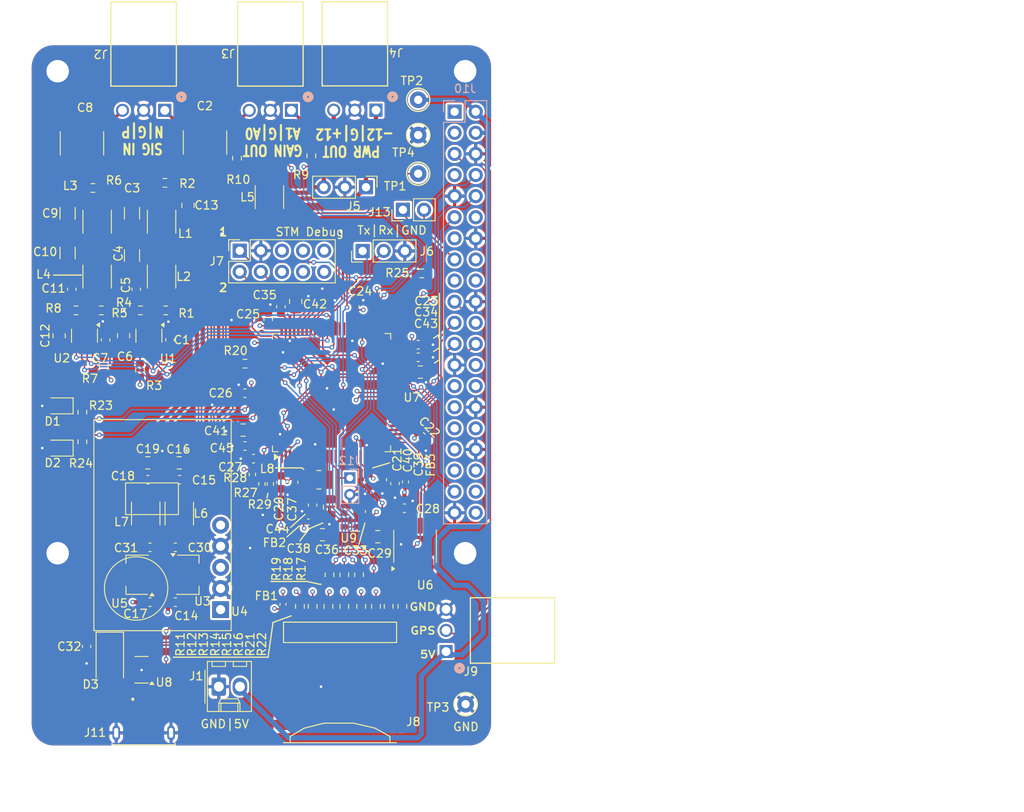
<source format=kicad_pcb>
(kicad_pcb (version 20221018) (generator pcbnew)
  (layers (0 "F.Cu" signal) (1 "In1.Cu" signal) (2 "In2.Cu" signal) (31 "B.Cu" signal) (34 "B.Paste" user) (35 "F.Paste" user) (36 "B.SilkS" user "B.Silkscreen") (37 "F.SilkS" user "F.Silkscreen") (38 "B.Mask" user) (39 "F.Mask" user) (44 "Edge.Cuts" user))
  (net 0 "")
  (net 1 "/input/SIGIN-")
  (net 2 "Net-(C2-Pad2)")
  (net 3 "GND")
  (net 4 "+15V")
  (net 5 "-15V")
  (net 6 "+3.3V")
  (net 7 "+5V")
  (net 8 "/RecordEnable")
  (net 9 "/AcqBusy")
  (net 10 "Net-(C3-Pad2)")
  (net 11 "Net-(C4-Pad2)")
  (net 12 "+12VA")
  (net 13 "-12VA")
  (net 14 "/ADC+")
  (net 15 "/ADC-")
  (net 16 "Net-(U1-IN)")
  (net 17 "Net-(U1-AGND)")
  (net 18 "/GainA0")
  (net 19 "/GainA1")
  (net 20 "Net-(C8-Pad2)")
  (net 21 "Net-(U2-IN)")
  (net 22 "Net-(U2-AGND)")
  (net 23 "Net-(J8-VDD)")
  (net 24 "Net-(C9-Pad2)")
  (net 25 "Net-(C10-Pad2)")
  (net 28 "/input/SIGIN+")
  (net 30 "/STM_RESET")
  (net 31 "Net-(U7A-PB5)")
  (net 32 "+3.3VA")
  (net 33 "/micro/SWCLK")
  (net 34 "/micro/SWDIO")
  (net 35 "/micro/RX_DIAG")
  (net 36 "/micro/TX_DIAG")
  (net 37 "/input/GainA0_OUT")
  (net 38 "/input/GainA1_OUT")
  (net 40 "Net-(J8-DAT2)")
  (net 41 "/pi/GPS")
  (net 42 "Net-(J8-DAT3{slash}CD)")
  (net 43 "Net-(J8-CMD)")
  (net 44 "Net-(J8-CLK)")
  (net 45 "Net-(J8-DAT0)")
  (net 46 "Net-(J8-DAT1)")
  (net 60 "/UART_PI2STM")
  (net 62 "Net-(U3-OUT)")
  (net 63 "/UART_STM2PI")
  (net 64 "Net-(U5-VO)")
  (net 65 "/pi/SPI1_NCS")
  (net 66 "Net-(U1-OUT)")
  (net 67 "Net-(U2-OUT)")
  (net 68 "Net-(D3-K)")
  (net 69 "Net-(C34-Pad2)")
  (net 70 "Net-(U7B-VDDSMPS)")
  (net 71 "Net-(U7B-VFBSMPS)")
  (net 72 "Net-(U7B-VDDA)")
  (net 73 "Net-(C41-Pad2)")
  (net 74 "Net-(U7B-VLXSMPS)")
  (net 75 "/SPI0_MOSI")
  (net 76 "Net-(D1-K)")
  (net 77 "Net-(D2-K)")
  (net 78 "/micro/USB_VSENSE")
  (net 79 "Net-(U7A-PB6)")
  (net 81 "/micro/SD_DAT0")
  (net 82 "/micro/SD_DAT1")
  (net 83 "/micro/STM_RESET")
  (net 84 "/micro/STM_OSC_IN")
  (net 85 "/SPI0_MISO")
  (net 90 "/micro/SD_DAT2")
  (net 91 "/micro/SD_DAT3")
  (net 92 "/micro/SD_CLK")
  (net 94 "/micro/STM_OSC_OUT")
  (net 95 "/micro/SD_CMD")
  (net 105 "/SPI0_SCK")
  (net 106 "/SPI0_NCS")
  (net 112 "/micro/USB_DN")
  (net 114 "/pi/SPI1_MISO")
  (net 116 "/pi/SPI1_MOSI")
  (net 117 "/pi/SPI1_SCK")
  (net 126 "/micro/OSPI1_S2")
  (net 127 "/micro/OSPI1_S0")
  (net 128 "/micro/OSPI1_S3")
  (net 130 "/micro/OSPI1_S1")
  (net 131 "/micro/OSPI1_CLK")
  (net 132 "/micro/OSPI1_CS#")
  (net 133 "/micro/USB_ID")
  (net 134 "/micro/USB_STM_DN")
  (net 135 "/micro/USB_STM_DP")
  (net 136 "/micro/USB_DP")
  (net 137 "/GainB0")
  (net 138 "/GainB1")
  (net 139 "/GainB2")
  (net 140 "Net-(J13-Pin_1)")
  (footprint "MountingHole:MountingHole_2.7mm_Pad" (layer "F.Cu") (at 155.504 121.87)
    (fp_text reference "H3" hide)
    (fp_text value "MountingHole_Pad")
  )
  (footprint "TestPoint:TestPoint_Keystone_5000-5004_Miniature" (layer "F.Cu") (at 155.56 140.03)
    (fp_text reference "TP3")
    (fp_text value "5000")
  )
  (footprint "Resistor_SMD:R_0603_1608Metric" (layer "F.Cu") (at 119.4 77.3 180)
    (fp_text reference "R2")
    (fp_text value "2k")
  )
  (footprint "Capacitor_SMD:C_0603_1608Metric" (layer "F.Cu") (at 109.982 133.096 -90)
    (fp_text reference "C32")
    (fp_text value "0.1uF")
  )
  (footprint "Capacitor_SMD:C_0805_2012Metric" (layer "F.Cu") (at 122.174 80.01 -90)
    (fp_text reference "C13")
    (fp_text value "10uF")
  )
  (footprint "Resistor_SMD:R_0603_1608Metric" (layer "F.Cu") (at 109.474 104.902 90)
    (fp_text reference "R23")
    (fp_text value "220R")
  )
  (footprint "Inductor_SMD:L_1812_4532Metric_Pad1.30x3.40mm_HandSolder" (layer "F.Cu") (at 118.999 88.585 -90)
    (fp_text reference "L2")
    (fp_text value "470uH")
  )
  (footprint "Resistor_SMD:R_0603_1608Metric" (layer "F.Cu") (at 146.304 128.27 -90)
    (fp_text reference "R21")
    (fp_text value "33R")
  )
  (footprint "Capacitor_SMD:C_0603_1608Metric" (layer "F.Cu") (at 133.35 113.3348 90)
    (fp_text reference "C20")
    (fp_text value "0.1uF")
  )
  (footprint "Capacitor_SMD:C_2220_5750Metric" (layer "F.Cu") (at 124.225 72.45 -90)
    (fp_text reference "C2")
    (fp_text value "1uF-film")
  )
  (footprint "Resistor_SMD:R_0603_1608Metric" (layer "F.Cu") (at 137.0076 74.041 90)
    (fp_text reference "R9")
    (fp_text value "100")
  )
  (footprint "Capacitor_SMD:C_0603_1608Metric" (layer "F.Cu") (at 131.826 93.726 -90)
    (fp_text reference "C25")
    (fp_text value "0.1uF")
  )
  (footprint "Resistor_SMD:R_0603_1608Metric" (layer "F.Cu") (at 111.76 92.649 180)
    (fp_text reference "R5")
    (fp_text value "2k")
  )
  (footprint "Package_SO:SOIC-8_3.9x4.9mm_P1.27mm" (layer "F.Cu") (at 149.479 121.031 90)
    (fp_text reference "U6")
    (fp_text value "ESP-PSRAM64")
  )
  (footprint "Capacitor_SMD:C_0603_1608Metric" (layer "F.Cu") (at 150.2156 107.7976 135)
    (fp_text reference "C22")
    (fp_text value "0.1uF")
  )
  (footprint "projectlib:MOLEX_47219-2001" (layer "F.Cu") (at 140.462 137.414)
    (fp_text reference "J8")
    (fp_text value "Micro_SD_Card")
  )
  (footprint "Capacitor_SMD:C_0805_2012Metric" (layer "F.Cu") (at 128.813912 107.050485)
    (fp_text reference "C41")
    (fp_text value "2.2uF")
  )
  (footprint "Capacitor_SMD:C_1206_3216Metric" (layer "F.Cu") (at 115.443 86.045 90)
    (fp_text reference "C4")
    (fp_text value "750pF")
  )
  (footprint "MountingHole:MountingHole_2.7mm_Pad" (layer "F.Cu") (at 106.504001 63.870001)
    (fp_text reference "H2" hide)
    (fp_text value "MountingHole_Pad")
  )
  (footprint "projectlib:DD1718PA" (layer "F.Cu") (at 126.1 128.65)
    (fp_text reference "U4")
    (fp_text value "DD1718PA")
  )
  (footprint "Package_QFP:LQFP-100_14x14mm_P0.5mm" (layer "F.Cu") (at 139.443142 102.546215 90)
    (fp_text reference "U7")
    (fp_text value "STM32H725VGTx")
  )
  (footprint "Resistor_SMD:R_0603_1608Metric" (layer "F.Cu") (at 139.065 128.27 90)
    (fp_text reference "R13")
    (fp_text value "10K")
  )
  (footprint "Connector_PinHeader_2.54mm:PinHeader_1x03_P2.54mm_Vertical" (layer "F.Cu") (at 143.175 85.5 90)
    (fp_text reference "J6")
    (fp_text value "Conn_01x03_Pin")
  )
  (footprint "Capacitor_SMD:C_0603_1608Metric" (layer "F.Cu") (at 115.951 90.109 -90)
    (fp_text reference "C5")
    (fp_text value "160pF")
  )
  (footprint "Resistor_SMD:R_0603_1608Metric" (layer "F.Cu") (at 135.636 128.27 90)
    (fp_text reference "R11")
    (fp_text value "10K")
  )
  (footprint "Capacitor_SMD:C_0603_1608Metric" (layer "F.Cu") (at 120.65 127.762 180)
    (fp_text reference "C14")
    (fp_text value "1uF")
  )
  (footprint "projectlib:CONN_A-7478-03A_MOL" (layer "F.Cu") (at 119.38 68.58 180)
    (fp_text reference "J2")
    (fp_text value "0022053031")
  )
  (footprint "MountingHole:MountingHole_2.7mm_Pad" (layer "F.Cu") (at 155.504 63.870001)
    (fp_text reference "H1" hide)
    (fp_text value "MountingHole_Pad")
  )
  (footprint "Inductor_SMD:L_1008_2520Metric" (layer "F.Cu") (at 137.922 113.03)
    (fp_text reference "L8")
    (fp_text value "2.2uH")
  )
  (footprint "Capacitor_SMD:C_0805_2012Metric" (layer "F.Cu") (at 114.427 95.697 90)
    (fp_text reference "C6")
    (fp_text value "10uF")
  )
  (footprint "Capacitor_SMD:C_0603_1608Metric" (layer "F.Cu") (at 130.048 110.49)
    (fp_text reference "C27")
    (fp_text value "0.1uF")
  )
  (footprint "Resistor_SMD:R_0603_1608Metric" (layer "F.Cu") (at 142.748 124.46 -90)
    (fp_text reference "R17")
    (fp_text value "33R")
  )
  (footprint "Resistor_SMD:R_0603_1608Metric" (layer "F.Cu") (at 112.05 99.275 90)
    (fp_text reference "R7")
    (fp_text value "1k")
  )
  (footprint "projectlib:AMPHENOL_10118193-0001LF" (layer "F.Cu") (at 116.84 143.4846)
    (fp_text reference "J11")
    (fp_text value "10118193-0001LF")
  )
  (footprint "Resistor_SMD:R_0402_1005Metric_Pad0.72x0.64mm_HandSolder" (layer "F.Cu") (at 131.064 113.538 -90)
    (fp_text reference "R27")
    (fp_text value "0")
  )
  (footprint "projectlib:CONN_A-7478-03A_MOL" (layer "F.Cu") (at 134.62 68.58 180)
    (fp_text reference "J3")
    (fp_text value "0022053031")
  )
  (footprint "Capacitor_SMD:C_0805_2012Metric" (layer "F.Cu") (at 106.68 95.697 90)
    (fp_text reference "C12")
    (fp_text value "10uF")
  )
  (footprint "Capacitor_SMD:C_0603_1608Metric" (layer "F.Cu") (at 129.026044 102.616)
    (fp_text reference "C26")
    (fp_text value "0.1uF")
  )
  (footprint "Resistor_SMD:R_0603_1608Metric" (layer "F.Cu") (at 110.744 77.917)
    (fp_text reference "R6")
    (fp_text value "2k")
  )
  (footprint "Capacitor_SMD:C_1206_3216Metric" (layer "F.Cu") (at 107.696 85.743 90)
    (fp_text reference "C10")
    (fp_text value "750pF")
  )
  (footprint "Capacitor_SMD:C_1206_3216Metric" (layer "F.Cu") (at 115.443 80.965 90)
    (fp_text reference "C3")
    (fp_text value "820pF")
  )
  (footprint "Inductor_SMD:L_1812_4532Metric_Pad1.30x3.40mm_HandSolder" (layer "F.Cu") (at 111.252 88.585 -90)
    (fp_text reference "L4")
    (fp_text value "470uH")
  )
  (footprint "Inductor_SMD:L_1812_4532Metric_Pad1.30x3.40mm_HandSolder" (layer "F.Cu") (at 131.97 79.02 90)
    (fp_text reference "L5")
    (fp_text value "1mH")
  )
  (footprint "Capacitor_SMD:C_0603_1608Metric" (layer "F.Cu") (at 129.032 108.966)
    (fp_text reference "C45")
    (fp_text value "0.1uF")
  )
  (footprint "Capacitor_SMD:C_0805_2012Metric" (layer "F.Cu") (at 117.348 110.998)
    (fp_text reference "C19")
    (fp_text value "10uF")
  )
  (footprint "Capacitor_SMD:C_0805_2012Metric" (layer "F.Cu") (at 150.114 100.076 180)
    (fp_text reference "C43")
    (fp_text value "2.2uF")
  )
  (footprint "Resistor_SMD:R_0402_1005Metric_Pad0.72x0.64mm_HandSolder" (layer "F.Cu") (at 132.08 113.538 90)
    (fp_text reference "R29")
    (fp_text value "0")
  )
  (footprint "Resistor_SMD:R_0603_1608Metric" (layer "F.Cu") (at 109.474 108.458 -90)
    (fp_text reference "R24")
    (fp_text value "220R")
  )
  (footprint "Resistor_SMD:R_0603_1608Metric" (layer "F.Cu") (at 128.075 74.325 90)
    (fp_text reference "R10")
    (fp_text value "100")
  )
  (footprint "Package_SO:TSOP-6_1.65x3.05mm_P0.95mm" (layer "F.Cu") (at 116.586 135.89 180)
    (fp_text reference "U8")
    (fp_text value "IP4234CZ6,125")
  )
  (footprint "Resistor_SMD:R_0603_1608Metric" (layer "F.Cu") (at 108.712 92.649 180)
    (fp_text reference "R8")
    (fp_text value "2k")
  )
  (footprint "Connector_PinSocket_2.54mm:PinSocket_2x05_P2.54mm_Vertical" (layer "F.Cu") (at 128.397 85.471 90)
    (fp_text reference "J7")
    (fp_text value "STM Debug")
  )
  (footprint "Resistor_SMD:R_0402_1005Metric_Pad0.72x0.64mm_HandSolder" (layer "F.Cu") (at 129.921 112.395 -90)
    (fp_text reference "R28")
    (fp_text value "DNI")
  )
  (footprint "Capacitor_SMD:C_0603_1608Metric" (layer "F.Cu") (at 143.91 113.09 90)
    (fp_text reference "C21")
    (fp_text value "0.1uF")
  )
  (footprint "Capacitor_SMD:C_0805_2012Metric" (layer "F.Cu") (at 145 119.88)
    (fp_text reference "C29")
    (fp_text value "10uF")
  )
  (footprint "Resistor_SMD:R_0603_1608Metric" (layer "F.Cu") (at 129.032 99.06 180)
    (fp_text reference "R20")
    (fp_text value "33R")
  )
  (footprint "Capacitor_SMD:C_0805_2012Metric" (layer "F.Cu") (at 135.128 91.567 -90)
    (fp_text reference "C42")
    (fp_text value "2.2uF")
  )
  (footprint "Capacitor_SMD:C_0603_1608Metric" (layer "F.Cu") (at 137.16 116.078 90)
    (fp_text reference "C44")
    (fp_text value "220pF_NPO")
  )
  (footprint "Capacitor_SMD:C_0603_1608Metric" (layer "F.Cu") (at 117.602 127.762)
    (fp_text reference "C17")
    (fp_text value "1uF")
  )
  (footprint "Capacitor_SMD:C_0805_2012Metric" (layer "F.Cu") (at 121.128 110.998 180)
    (fp_text reference "C16")
    (fp_text value "10uF")
  )
  (footprint "Connector_PinHeader_2.54mm:PinHeader_1x02_P2.54mm_Vertical" (layer "F.Cu") (at 148.0262 80.5434 90)
    (fp_text reference "J13")
    (fp_text value "SIP2")
  )
  (footprint "Capacitor_SMD:C_0603_1608Metric" (layer "F.Cu") (at 148.209 116.459 180)
    (fp_text reference "C28")
    (fp_text value "0.1uF")
  )
  (footprint "Capacitor_SMD:C_0603_1608Metric" (layer "F.Cu") (at 133.35 92.202 -90)
    (fp_text reference "C35")
    (fp_text value "0.1uF")
  )
  (footprint "Capacitor_SMD:C_1206_3216Metric" (layer "F.Cu") (at 107.696 80.965 90)
    (fp_text reference "C9")
    (fp_text value "820pF")
  )
  (footprint "Resistor_SMD:R_0603_1608Metric" (layer "F.Cu") (at 150.3 88.2 180)
    (fp_text reference "R25")
    (fp_text value "220R")
  )
  (footprint "Capacitor_SMD:C_0402_1005Metric_Pad0.74x0.62mm_HandSolder" (layer "F.Cu") (at 133.604 128.016 90)
    (fp_text reference "FB1")
    (fp_text value "BLM15PD121SN1D")
  )
  (footprint "MountingHole:MountingHole_2.7mm_Pad" (layer "F.Cu") (at 106.504001 121.87)
    (fp_text reference "H4" hide)
    (fp_text value "MountingHole_Pad")
  )
  (footprint "Package_TO_SOT_SMD:SOT-89-3" (layer "F.Cu") (at 116.078 124.46 180)
    (fp_text reference "U5")
    (fp_text value "L79L12_SOT89")
  )
  (footprint "Capacitor_SMD:C_0603_1608Metric" (layer "F.Cu") (at 117.602 121.158 180)
    (fp_text reference "C31")
    (fp_text value "1uF")
  )
  (footprint "Capacitor_SMD:C_0603_1608Metric" (layer "F.Cu") (at 149.86 96.774 180)
    (fp_text reference "C23")
    (fp_text value "0.1uF")
  )
  (footprint "Capacitor_SMD:C_0603_1608Metric" (layer "F.Cu") (at 120.65 121.158 180)
    (fp_text reference "C30")
    (fp_text value "1uF")
  )
  (footprint "Inductor_SMD:L_1812_4532Metric_Pad1.30x3.40mm_HandSolder" (layer "F.Cu") (at 118.999 81.981 -90)
    (fp_text reference "L1")
    (fp_text value "1mH")
  )
  (footprint "Capacitor_SMD:C_0603_1608Metric" (layer "F.Cu") (at 144.018 116.84 90)
    (fp_text reference "C33")
    (fp_text value "0.1uF")
  )
  (footprint "Inductor_SMD:L_1812_4532Metric_Pad1.30x3.40mm_HandSolder" (layer "F.Cu") (at 111.252 81.981 -90)
    (fp_text reference "L3")
    (fp_text value "1mH")
  )
  (footprint "Capacitor_SMD:C_0603_1608Metric" (layer "F.Cu") (at 108.204 90.109 -90)
    (fp_text reference "C11")
    (fp_text value "160pF")
  )
  (footprint "LED_SMD:LED_0805_2012Metric" (layer "F.Cu") (at 106.68 104.14 180)
    (fp_text reference "D1")
    (fp_text value "LED")
  )
  (footprint "Resistor_SMD:R_0603_1608Metric" (layer "F.Cu") (at 143.002 128.27 90)
    (fp_text reference "R15")
    (fp_text value "10K")
  )
  (footprint "Resistor_SMD:R_0603_1608Metric" (layer "F.Cu") (at 140.97 128.27 90)
    (fp_text reference "R14")
    (fp_text value "10K")
  )
  (footprint "Capacitor_SMD:C_0603_1608Metric" (layer "F.Cu") (at 121.158 113.03 180)
    (fp_text reference "C15")
    (fp_text value "1uF")
  )
  (footprint "Resistor_SMD:R_0603_1608Metric" (layer "F.Cu") (at 116.459 92.649)
    (fp_text reference "R4")
    (fp_text value "2k")
  )
  (footprint "Package_TO_SOT_SMD:TSOT-23-8" (layer "F.Cu") (at 117.475 95.697 -90)
    (fp_text reference "U1")
    (fp_text value "LTC6910-2")
  )
  (footprint "Capacitor_SMD:C_0603_1608Metric" (layer "F.Cu") (at 149.86 98.298 180)
    (fp_text reference "C34")
    (fp_text value "0.1uF")
  )
  (footprint "Inductor_SMD:L_1812_4532Metric_Pad1.30x3.40mm_HandSolder" (layer "F.Cu") (at 121.128 117.094 90)
    (fp_text reference "L6")
    (fp_text value "1mH")
  )
  (footprint "Capacitor_SMD:C_0603_1608Metric" (layer "F.Cu") (at 147.066 113.4872 90)
    (fp_text reference "C39")
    (fp_text value "1uF")
  )
  (footprint "Capacitor_SMD:C_0805_2012Metric" (layer "F.Cu") (at 139.192 116.332 90)
    (fp_text reference "C38")
    (fp_text value "10uF")
  )
  (footprint "Capacitor_SMD:C_0402_1005Metric_Pad0.74x0.62mm_HandSolder" (layer "F.Cu") (at 136.652 118.11)
    (fp_text reference "FB2")
    (fp_text value "BLM15PD121SN1D")
  )
  (footprint "Resistor_SMD:R_0603_1608Metric" (layer "F.Cu") (at 144.78 128.27 90)
    (fp_text reference "R16")
    (fp_text value "10K")
  )
  (footprint "Oscillator:Oscillator_SMD_Abracon_ASDMB-4Pin_2.5x2.0mm" (layer "F.Cu") (at 141.71 117.87 90)
    (fp_text reference "U9")
    (fp_text value "25MHz")
  )
  (footprint "LED_SMD:LED_0805_2012Metric" (layer "F.Cu") (at 106.68 109.22 180)
    (fp_text reference "D2")
    (fp_text value "LED")
  )
  (footprint "TestPoint:TestPoint_Keystone_5000-5004_Miniature" (layer "F.Cu") (at 149.86 76.2)
    (fp_text reference "TP1")
    (fp_text value "5000")
  )
  (footprint "TestPoint:TestPoint_Keystone_5000-5004_Miniature" (layer "F.Cu") (at 149.86 71.55)
    (fp_text reference "TP4")
    (fp_text value "5000")
  )
  (footprint "projectlib:CONN_A-7478-03A_MOL" (layer "F.Cu") (at 153.21 133.7 90)
    (fp_text reference "J9")
    (fp_text value "0022053031")
  )
  (footprint "Capacitor_SMD:C_0603_1608Metric" (layer "F.Cu") (at 112.268 96.205 -90)
    (fp_text reference "C7")
    (fp_text value "0.1uF")
  )
  (footprint "Resistor_SMD:R_0603_1608Metric" (layer "F.Cu") (at 139.192 124.46 -90)
    (fp_text reference "R19")
    (fp_text value "33R")
  )
  (footprint "Capacitor_SMD:C_0603_1608Metric" (layer "F.Cu") (at 145.542 113.03 90)
    (fp_text reference "C40")
    (fp_text value "0.1uF")
  )
  (footprint "Capacitor_SMD:C_0402_1005Metric_Pad0.74x0.62mm_HandSolder" (layer "F.Cu") (at 148.336 113.284 90)
    (fp_text reference "FB3")
    (fp_text value "BLM15PD121SN1D")
  )
  (footprint "Capacitor_SMD:C_0603_1608Metric" (layer "F.Cu") (at 142.24 92.202 -90)
    (fp_text reference "C24")
    (fp_text value "0.1uF")
  )
  (footprint "TestPoint:TestPoint_Keystone_5000-5004_Miniature" (layer "F.Cu") (at 149.86 67.31)
    (fp_text reference "TP2")
    (fp_text value "5000")
  )
  (footprint "Capacitor_SMD:C_2220_5750Metric" (layer "F.Cu") (at 109.425 72.55 -90)
    (fp_text reference "C8")
    (fp_text value "1uF-film")
  )
  (footprint "Inductor_SMD:L_1812_4532Metric_Pad1.30x3.40mm_HandSolder" (layer "F.Cu") (at 117.094 117.094 90)
    (fp_text reference "L7")
    (fp_text value "1mH")
  )
  (footprint "Resistor_SMD:R_0603_1608Metric" (layer "F.Cu") (at 137.16 128.27 90)
    (fp_text reference "R12")
    (fp_text value "10K")
  )
  (footprint "Resistor_SMD:R_0603_1608Metric" (layer "F.Cu") (at 116.4082 99.8372 90)
    (fp_text reference "R3")
    (fp_text value "1k")
  )
  (footprint "Connector_PinHeader_2.54mm:PinHeader_1x03_P2.54mm_Vertical" (layer "F.Cu") (at 143.58 77.83 -90)
    (fp_text reference "J5")
    (fp_text value "1x3_pins")
  )
  (footprint "Capacitor_SMD:C_0603_1608Metric" (layer "F.Cu") (at 117.348 113.03)
    (fp_text reference "C18")
    (fp_text value "1uF")
  )
  (footprint "Resistor_SMD:R_0603_1608Metric" (layer "F.Cu") (at 147.955 128.27 -90)
    (fp_text reference "R22")
    (fp_text value "33R")
  )
  (footprint "Resistor_SMD:R_0603_1608Metric" (layer "F.Cu") (at 140.97 124.46 -90)
    (fp_text reference "R18")
    (fp_text value "33R")
  )
  (footprint "Package_TO_SOT_SMD:SOT-89-3" (layer "F.Cu") (at 122.144 124.46)
    (fp_text reference "U3")
    (fp_text value "L78L12_SOT89")
  )
  (footprint "Capacitor_SMD:C_0603_1608Metric" (layer "F.Cu") (at 134.874 113.3348 90)
    (fp_text reference "C37")
    (fp_text value "0.1uF")
  )
  (footprint "Diode_SMD:D_SMA" (layer "F.Cu") (at 112.776 134.874 -90)
    (fp_text reference "D3")
    (fp_text value "SSA24-E3")
  )
  (footprint "projectlib:CONN_A-7478-03A_MOL" (layer "F.Cu") (at 144.78 68.56 180)
    (fp_text reference "J4")
    (fp_text value "0022053031")
  )
  (footprint "Package_TO_SOT_SMD:TSOT-23-8" (layer "F.Cu") (at 109.728 95.697 -90)
    (fp_text reference "U2")
    (fp_text value "LTC6910-2")
  )
  (footprint "Resistor_SMD:R_0603_1608Metric" (layer "F.Cu") (at 119.507 92.649)
    (fp_text reference "R1")
    (fp_text value "2k")
  )
  (footprint "Connector_Molex:Molex_KK-254_AE-6410-02A_1x02_P2.54mm_Vertical" (layer "F.Cu") (at 125.8824 137.922)
    (fp_text reference "J1")
    (fp_text value "0022053021")
  )
  (footprint "Capacitor_SMD:C_0805_2012Metric" (layer "F.Cu") (at 138.34 119.64 180)
    (fp_text reference "C36")
    (fp_text value "10uF")
  )
  (footprint "Capacitor_SMD:C_0603_1608Metric" (layer "F.Cu") (at 120.015 96.205 -90)
    (fp_text reference "C1")
    (fp_text value "0.1uF")
  )
  (footprint "Connector_PinHeader_2.00mm:PinHeader_1x02_P2.00mm_Vertical" (layer "B.Cu") (at 141.64 112.81 180)
    (fp_text reference "J12")
    (fp_text value "Conn_01x02_Pin")
  )
  (footprint "Connector_PinSocket_2.54mm:PinSocket_2x20_P2.54mm_Vertical" (layer "B.Cu") (at 154.234 68.740001 180)
    (fp_text reference "J10")
    (fp_text value "Raspberry_Pi")
  )
  (gr_line (start 134.075 119.9) (end 135.575 118.575) (stroke (width 0.15)) (layer "F.SilkS"))
  (gr_line (start 152.3 97.2) (end 151.7 97.6) (stroke (width 0.15)) (layer "F.SilkS"))
  (gr_line (start 142.74 120.75) (end 143.45 118.25) (stroke (width 0.15)) (layer "F.SilkS"))
  (gr_line (start 106 88.4) (end 109.36 88.4) (stroke (width 0.15)) (layer "F.SilkS"))
  (gr_line (start 132.4 130.2) (end 131.81 134.38) (stroke (width 0.15)) (layer "F.SilkS"))
  (gr_line (start 138 125.6) (end 138.2 125.6) (stroke (width 0.15)) (layer "F.SilkS"))
  (gr_line (start 152.3 95.6) (end 151.7 96) (stroke (width 0.15)) (layer "F.SilkS"))
  (gr_line (start 144.4 111.6) (end 146.4 111) (stroke (width 0.15)) (layer "F.SilkS"))
  (gr_line (start 152.4 90.6) (end 152.4 94.6) (stroke (width 0.15)) (layer "F.SilkS"))
  (gr_line (start 135.9 111.6) (end 136.1 111.8) (stroke (width 0.15)) (layer "F.SilkS"))
  (gr_line (start 152.4 98.6) (end 151.8 99) (stroke (width 0.15)) (layer "F.SilkS"))
  (gr_line (start 134.5 118.775) (end 136.275 117.175) (stroke (width 0.15)) (layer "F.SilkS"))
  (gr_line (start 152.4 94.6) (end 152.4 98.6) (stroke (width 0.15)) (layer "F.SilkS"))
  (gr_line (start 136.55 125.275) (end 138 125.6) (stroke (width 0.15)) (layer "F.SilkS"))
  (gr_line (start 132.7 111.6) (end 135.9 111.6) (stroke (width 0.15)) (layer "F.SilkS"))
  (gr_line (start 132.15 125.275) (end 136.55 125.275) (stroke (width 0.15)) (layer "F.SilkS"))
  (gr_line (start 135.63 120.38) (end 136.77 118.91) (stroke (width 0.15)) (layer "F.SilkS"))
  (gr_line (start 131.81 134.38) (end 120.41 134.38) (stroke (width 0.15)) (layer "F.SilkS"))
  (gr_line (start 136.77 118.91) (end 138.39 118.22) (stroke (width 0.15)) (layer "F.SilkS"))
  (gr_line (start 131.675 115.2) (end 131.8 114.65) (stroke (width 0.15)) (layer "F.SilkS"))
  (gr_line (start 134.6 129.4) (end 132.4 130.2) (stroke (width 0.15)) (layer "F.SilkS"))
  (gr_line locked (start 159.004 142.369999) (end 159.004 63.370001) (stroke (width 0.000099)) (layer "Edge.Cuts"))
  (gr_line locked (start 156.004 60.370001) (end 106.004001 60.370001) (stroke (width 0.000099)) (layer "Edge.Cuts"))
  (gr_arc locked (start 103.004001 63.370001) (mid 103.88268 61.24868) (end 106.004001 60.370001) (stroke (width 0.000099)) (layer "Edge.Cuts"))
  (gr_line locked (start 106.004001 145.369999) (end 156.004 145.369999) (stroke (width 0.000099)) (layer "Edge.Cuts"))
  (gr_arc locked (start 106.004001 145.369999) (mid 103.88268 144.49132) (end 103.004001 142.369999) (stroke (width 0.000099)) (layer "Edge.Cuts"))
  (gr_line locked (start 103.004001 63.370001) (end 103.004001 142.369999) (stroke (width 0.000099)) (layer "Edge.Cuts"))
  (gr_arc locked (start 159.004 142.369999) (mid 158.125321 144.49132) (end 156.004 145.369999) (stroke (width 0.000099)) (layer "Edge.Cuts"))
  (gr_arc locked (start 156.004 60.370001) (mid 158.125321 61.24868) (end 159.004 63.370001) (stroke (width 0.000099)) (layer "Edge.Cuts"))
  (gr_text "SIG IN\nN|G|P" (at 116.7 70.4 180) (layer "F.SilkS") (effects (font (size 1.27 1.016) (thickness 0.254) bold) (justify bottom)))
  (gr_text "GND|5V" (at 123.6 143) (layer "F.SilkS") (effects (font (size 1 1)) (justify left bottom)))
  (gr_text "GND\n\nGPS\n\n5V" (at 152.0444 134.5692) (layer "F.SilkS") (effects (font (size 0.889 1.016) (thickness 0.1778) bold) (justify right bottom)))
  (gr_text "GAIN OUT\nA1|G|A0" (at 132.3594 70.6 180) (layer "F.SilkS") (effects (font (size 1.27 1.016) (thickness 0.254) bold) (justify bottom)))
  (gr_text "2" (at 125.8 90.5) (layer "F.SilkS") (effects (font (size 1 1) (thickness 0.2) bold) (justify left bottom)))
  (gr_text "1" (at 125.8 83.8) (layer "F.SilkS") (effects (font (size 1 1) (thickness 0.2) bold) (justify left bottom)))
  (gr_text "STM Debug" (at 132.62 83.79) (layer "F.SilkS") (effects (font (size 1 1)) (justify left bottom)))
  (gr_text "Tx|Rx|GND" (at 142.44 83.6) (layer "F.SilkS") (effects (font (size 1 1)) (justify left bottom)))
  (gr_text " PWR OUT\n-12|G|+12" (at 142.2 70.7 180) (layer "F.SilkS") (effects (font (size 1.27 1.016) (thickness 0.254) bold) (justify bottom)))
  (gr_text "GND" (at 153.98 143.35) (layer "F.SilkS") (effects (font (size 1 1)) (justify left bottom)))
  (segment (start 120.7 69.9) (end 119.38 68.58) (width 0.381) (layer "F.Cu") (net 1))
  (segment (start 124.225 69.9) (end 120.7 69.9) (width 0.381) (layer "F.Cu") (net 1))
  (segment (start 120.225 77.3) (end 120.225 77.175) (width 0.1778) (layer "F.Cu") (net 2))
  (segment (start 120.225 77.175) (end 122.4 75) (width 0.1778) (layer "F.Cu") (net 2))
  (segment (start 122.4 75) (end 124.225 75) (width 0.1778) (layer "F.Cu") (net 2))
  (segment (start 148.984 115.7793) (end 148.984 116.459) (width 0.1778) (layer "F.Cu") (net 3))
  (segment (start 132.08 92.697) (end 132.08 91.948) (width 0.1778) (layer "F.Cu") (net 3))
  (segment (start 105.7425 104.14) (end 104.648 104.14) (width 0.1778) (layer "F.Cu") (net 3))
  (segment (start 141.943142 94.871215) (end 141.943142 96.308858) (width 0.1778) (layer "F.Cu") (net 3))
  (segment (start 151.064 100.076) (end 151.064 99.806) (width 0.1778) (layer "F.Cu") (net 3))
  (segment (start 105.7425 109.22) (end 104.648 109.22) (width 0.1778) (layer "F.Cu") (net 3))
  (segment (start 109.982 133.871) (end 109.982 135.128) (width 0.254) (layer "F.Cu") (net 3))
  (segment (start 145.5928 99.06) (end 145.606585 99.046215) (width 0.1778) (layer "F.Cu") (net 3))
  (segment (start 145.542 113.805) (end 145.542 114.681) (width 0.1778) (layer "F.Cu") (net 3))
  (segment (start 134.1439 114.8399) (end 134.0801 114.8399) (width 0.1778) (layer "F.Cu") (net 3))
  (segment (start 137.16 116.853) (end 135.9272 116.853) (width 0.1778) (layer "F.Cu") (net 3))
  (segment (start 111.93 93.98) (end 112.22 94.27) (width 0.1778) (layer "F.Cu") (net 3))
  (segment (start 135.128 90.617) (end 135.443 90.932) (width 0.1778) (layer "F.Cu") (net 3))
  (segment (start 143.443142 110.221215) (end 143.443142 109.083658) (width 0.1778) (layer "F.Cu") (net 3))
  (segment (start 128.27 101.6) (end 128.27 102.597044) (width 0.1778) (layer "F.Cu") (net 3))
  (segment (start 138.162 139.514) (end 138.162 137.936) (width 0.508) (layer "F.Cu") (net 3))
  (segment (start 137.443142 108.784458) (end 137.4648 108.7628) (width 0.1778) (layer "F.Cu") (net 3))
  (segment (start 149.1933 115.57) (end 148.984 115.7793) (width 0.1778) (layer "F.Cu") (net 3))
  (segment (start 134.443142 94.871215) (end 134.443142 96.290458) (width 0.1778) (layer "F.Cu") (net 3))
  (segment (start 135.443 90.932) (end 136.652 90.932) (width 0.1778) (layer "F.Cu") (net 3))
  (segment (start 143.72 113.675) (end 142.975 113.675) (width 0.1778) (layer "F.Cu") (net 3))
  (segment (start 150.763608 108.345608) (end 150.763608 109.514008) (width 0.1778) (layer "F.Cu") (net 3))
  (segment (start 131.826 92.951) (end 132.08 92.697) (width 0.1778) (layer "F.Cu") (net 3))
  (segment (start 150.635 98.298) (end 151.638 98.298) (width 0.1778) (layer "F.Cu") (net 3))
  (segment (start 143.465111 114.725889) (end 143.465111 114.309889) (width 0.1778) (layer "F.Cu") (net 3))
  (segment (start 143.91 113.865) (end 143.72 113.675) (width 0.1778) (layer "F.Cu") (net 3))
  (segment (start 128.524 110.49) (end 129.273 110.49) (width 0.1778) (layer "F.Cu") (net 3))
  (segment (start 151.638 96.774) (end 150.635 96.774) (width 0.1778) (layer "F.Cu") (net 3))
  (segment (start 151.638 99.232) (end 151.638 98.298) (width 0.1778) (layer "F.Cu") (net 3))
  (segment (start 127.863912 107.050485) (end 126.883515 107.050485) (width 0.1778) (layer "F.Cu") (net 3))
  (segment (start 141.88 114.85) (end 143.341 114.85) (width 0.1778) (layer "F.Cu") (net 3))
  (segment (start 138.162 137.936) (end 138.176 137.922) (width 0.1778) (layer "F.Cu") (net 3))
  (segment (start 139.18 118.38) (end 139.29 118.49) (width 0.1778) (layer "F.Cu") (net 3))
  (segment (start 127.508 108.966) (end 128.257 108.966) (width 0.1778) (layer "F.Cu") (net 3))
  (segment (start 142.51 117.02) (end 142.485 117.045) (width 0.1778) (layer "F.Cu") (net 3))
  (segment (start 141.84 114.81) (end 141.88 114.85) (width 0.1778) (layer "F.Cu") (net 3))
  (segment (start 143.943142 109.145142) (end 143.6624 108.8644) (width 0.1778) (layer "F.Cu") (net 3))
  (segment (start 132.601 91.427) (end 132.08 91.948) (width 0.1778) (layer "F.Cu") (net 3))
  (segment (start 142.975 113.675) (end 141.84 114.81) (width 0.1778) (layer "F.Cu") (net 3))
  (segment (start 151.064 99.806) (end 151.638 99.232) (width 0.1778) (layer "F.Cu") (net 3))
  (segment (start 133.35 91.427) (end 132.601 91.427) (width 0.1778) (layer "F.Cu") (net 3))
  (segment (start 133.245785 107.546215) (end 133.2484 107.5436) (width 0.1778) (layer "F.Cu") (net 3))
  (segment (start 143.465111 114.309889) (end 143.91 113.865) (width 0.1778) (layer "F.Cu") (net 3))
  (segment (start 117.746 135.89) (end 116.63 135.89) (width 0.1778) (layer "F.Cu") (net 3))
  (segment (start 139.29 118.49) (end 139.29 119.64) (width 0.1778) (layer "F.Cu") (net 3))
  (segment (start 141.943142 96.308858) (end 141.9352 96.3168) (width 0.1778) (layer "F.Cu") (net 3))
  (segment (start 143.943142 110.221215) (end 143.943142 109.145142) (width 0.1778) (layer "F.Cu") (net 3))
  (segment (start 150.8 101.3) (end 151.064 101.036) (width 0.1778) (layer "F.Cu") (net 3))
  (segment (start 134.443142 96.290458) (end 134.4168 96.3168) (width 0.1778) (layer "F.Cu") (net 3))
  (segment (start 150.763608 109.514008) (end 150.7744 109.5248) (width 0.1778) (layer "F.Cu") (net 3))
  (segment (start 118.377 126.309) (end 118.028 125.96) (width 0.508) (layer "F.Cu") (net 3))
  (segment (start 134.1439 114.8399) (end 134.874 114.1098) (width 0.1778) (layer "F.Cu") (net 3))
  (segment (start 128.27 102.597044) (end 128.251044 102.616) (width 0.1778) (layer "F.Cu") (net 3))
  (segment (start 126.883515 107.050485) (end 126.746 107.188) (width 0.1778) (layer "F.Cu") (net 3))
  (segment (start 112.22 95.382) (end 112.268 95.43) (width 0.1778) (layer "F.Cu") (net 3))
  (segment (start 139.192 118.368) (end 139.192 117.282) (width 0.1778) (layer "F.Cu") (net 3))
  (segment (start 143.256 91.427) (end 142.24 91.427) (width 0.1778) (layer "F.Cu") (net 3))
  (segment (start 139.18 118.38) (end 139.192 118.368) (width 0.1778) (layer "F.Cu") (net 3))
  (segment (start 135.9272 116.853) (end 135.89 116.8158) (width 0.1778) (layer "F.Cu") (net 3))
  (segment (start 116.63 135.89) (end 116.6 135.92) (width 0.1778) (layer "F.Cu") (net 3))
  (segment (start 118.377 127.762) (end 118.377 126.309) (width 0.508) (layer "F.Cu") (net 3))
  (segment (start 131.768142 107.546215) (end 133.245785 107.546215) (width 0.1778) (layer "F.Cu") (net 3))
  (segment (start 112.22 94.27) (end 112.22 95.382) (width 0.1778) (layer "F.Cu") (net 3))
  (segment (start 137.443142 110.221215) (end 137.443142 108.784458) (width 0.1778) (layer "F.Cu") (net 3))
  (segment (start 143.341 114.85) (end 143.465111 114.725889) (width 0.1778) (layer "F.Cu") (net 3))
  (segment (start 145.606585 99.046215) (end 147.118142 99.046215) (width 0.1778) (layer "F.Cu") (net 3))
  (segment (start 147.066 114.2622) (end 147.066 115.189) (width 0.1778) (layer "F.Cu") (net 3))
  (segment (start 143.443142 109.083658) (end 143.6624 108.8644) (width 0.1778) (layer "F.Cu") (net 3))
  (segment (start 134.0801 114.8399) (end 133.35 114.1098) (width 0.1778) (layer "F.Cu") (net 3))
  (segment (start 151.064 101.036) (end 151.064 100.076) (width 0.1778) (layer "F.Cu") (net 3))
  (via (at 145.5928 99.06) (size 0.5588) (drill 0.3048) (layers "F.Cu" "B.Cu") (net 3))
  (via (at 128.27 101.6) (size 0.5588) (drill 0.3048) (layers "F.Cu" "B.Cu") (net 3))
  (via (at 111.93 93.98) (size 0.5588) (drill 0.3048) (layers "F.Cu" "B.Cu") (net 3))
  (via (at 151.638 98.298) (size 0.5588) (drill 0.3048) (layers "F.Cu" "B.Cu") (net 3))
  (via (at 149.1933 115.57) (size 0.5588) (drill 0.3048) (layers "F.Cu" "B.Cu") (net 3))
  (via (at 132.08 91.948) (size 0.5588) (drill 0.3048) (layers "F.Cu" "B.Cu") (net 3))
  (via (at 104.648 109.22) (size 0.5588) (drill 0.3048) (layers "F.Cu" "B.Cu") (net 3))
  (via (at 129.65 121.24) (size 0.5588) (drill 0.3048) (layers "F.Cu" "B.Cu") (net 3))
  (via (at 125.0696 104.013) (size 0.5588) (drill 0.3048) (layers "F.Cu" "B.Cu") (net 3))
  (via (at 139.827 91.44) (size 0.5588) (drill 0.3048) (layers "F.Cu" "B.Cu") (net 3))
  (via (at 145.542 114.681) (size 0.5588) (drill 0.3048) (layers "F.Cu" "B.Cu") (net 3))
  (via (at 135.89 116.8158) (size 0.5588) (drill 0.3048) (layers "F.Cu" "B.Cu") (net 3))
  (via (at 138.3284 90.043) (size 0.5588) (drill 0.3048) (layers "F.Cu" "B.Cu") (net 3))
  (via (at 147.8 120.8) (size 0.5588) (drill 0.3048) (layers "F.Cu" "B.Cu") (net 3))
  (via (at 127.4064 93.8022) (size 0.5588) (drill 0.3048) (layers "F.Cu" "B.Cu") (net 3))
  (via (at 139.18 118.38) (size 0.5588) (drill 0.3048) (layers "F.Cu" "B.Cu") (net 3))
  (via (at 114.51 92.67) (size 0.5588) (drill 0.3048) (layers "F.Cu" "B.Cu") (net 3))
  (via (at 138.176 137.922) (size 0.5588) (drill 0.3048) (layers "F.Cu" "B.Cu") (net 3))
  (via (at 141.9352 96.3168) (size 0.5588) (drill 0.3048) (layers "F.Cu" "B.Cu") (net 3))
  (via (at 133.2484 107.5436) (size 0.5588) (drill 0.3048) (layers "F.Cu" "B.Cu") (net 3))
  (via (at 128.524 110.49) (size 0.5588) (drill 0.3048) (layers "F.Cu" "B.Cu") (net 3))
  (via (at 147.066 115.189) (size 0.5588) (drill 0.3048) (layers "F.Cu" "B.Cu") (net 3))
  (via (at 143.256 91.427) (size 0.5588) (drill 0.3048) (layers "F.Cu" "B.Cu") (net 3))
  (via (at 151.638 96.774) (size 0.5588) (drill 0.3048) (layers "F.Cu" "B.Cu") (net 3))
  (via (at 109.982 135.128) (size 0.5588) (drill 0.3048) (layers "F.Cu" "B.Cu") (net 3))
  (via (at 127.508 108.966) (size 0.5588) (drill 0.3048) (layers "F.Cu" "B.Cu") (net 3))
  (via (at 137.4648 108.7628) (size 0.5588) (drill 0.3048) (layers "F.Cu" "B.Cu") (net 3))
  (via (at 119.08 109.57) (size 0.5588) (drill 0.3048) (layers "F.Cu" "B.Cu") (net 3))
  (via (at 134.4168 96.3168) (size 0.5588) (drill 0.3048) (layers "F.Cu" "B.Cu") (net 3))
  (via (at 126.2126 83.439) (size 0.5588) (drill 0.3048) (layers "F.Cu" "B.Cu") (net 3))
  (via (at 133.6 97.7) (size 0.5588) (drill 0.3048) (layers "F.Cu" "B.Cu") (net 3))
  (via (at 131.17 117.26) (size 0.5588) (drill 0.3048) (layers "F.Cu" "B.Cu") (net 3))
  (via (at 119.82 94.01) (size 0.5588) (drill 0.3048) (layers "F.Cu" "B.Cu") (net 3))
  (via (at 122 109.5) (size 0.5588) (drill 0.3048) (layers "F.Cu" "B.Cu") (net 3))
  (via (at 143.465111 114.725889) (size 0.5588) (drill 0.3048) (layers "F.Cu" "B.Cu") (net 3))
  (via (at 126.746 107.188) (size 0.5588) (drill 0.3048) (layers "F.Cu" "B.Cu") (net 3))
  (via (at 104.648 104.14) (size 0.5588) (drill 0.3048) (layers "F.Cu" "B.Cu") (net 3))
  (via (at 143.6624 108.8644) (size 0.5588) (drill 0.3048) (layers "F.Cu" "B.Cu") (net 3))
  (via (at 139.7 104.575) (size 0.5588) (drill 0.3048) (layers "F.Cu" "B.Cu") (net 3))
  (via (at 125.984 132.08) (size 0.5588) (drill 0.3048) (layers "F.Cu" "B.Cu") (net 3))
  (via (at 136.652 90.932) (size 0.5588) (drill 0.3048) (layers "F.Cu" "B.Cu") (net 3))
  (via (at 134.1439 114.8399) (size 0.5588) (drill 0.3048) (layers "F.Cu" "B.Cu") (net 3))
  (via (at 140.589 83.185) (size 0.5588) (drill 0.3048) (layers "F.Cu" "B.Cu") (net 3))
  (via (at 138.9 102.025) (size 0.5588) (drill 0.3048) (layers "F.Cu" "B.Cu") (net 3))
  (via (at 150.7744 109.5248) (size 0.5588) (drill 0.3048) (layers "F.Cu" "B.Cu") (net 3))
  (via (at 116.6 135.92) (size 0.5588) (drill 0.3048) (layers "F.Cu" "B.Cu") (net 3))
  (via (at 150.8 101.3) (size 0.5588) (drill 0.3048) (layers "F.Cu" "B.Cu") (net 3))
  (segment (start 119.775 127.862) (end 119.875 127.762) (width 0.508) (layer "F.Cu") (net 4))
  (segment (start 119.75 128.95) (end 119.775 128.925) (width 0.508) (layer "F.Cu") (net 4))
  (segment (start 120.194 125.96) (end 120.166 125.96) (width 0.508) (layer "F.Cu") (net 4))
  (segment (start 119.875 126.251) (end 119.875 127.762) (width 0.508) (layer "F.Cu") (net 4))
  (segment (start 120.166 125.96) (end 119.875 126.251) (width 0.508) (layer "F.Cu") (net 4))
  (segment (start 119.775 128.925) (end 119.775 127.862) (width 0.508) (layer "F.Cu") (net 4))
  (via (at 119.75 128.95) (size 0.5588) (drill 0.3048) (layers "F.Cu" "B.Cu") (net 4))
  (segment (start 116.827 124.955) (end 116.827 127.762) (width 0.508) (layer "F.Cu") (net 5))
  (segment (start 116.827 127.762) (end 115.537 127.762) (width 0.508) (layer "F.Cu") (net 5))
  (segment (start 116.332 124.46) (end 116.827 124.955) (width 0.508) (layer "F.Cu") (net 5))
  (segment (start 115.537 127.762) (end 115.525 127.75) (width 0.508) (layer "F.Cu") (net 5))
  (segment (start 117.9405 124.46) (end 116.332 124.46) (width 0.508) (layer "F.Cu") (net 5))
  (via (at 115.525 127.75) (size 0.5588) (drill 0.3048) (layers "F.Cu" "B.Cu") (net 5))
  (segment (start 130.823 94.501) (end 131.826 94.501) (width 0.1778) (layer "F.Cu") (net 6))
  (segment (start 143.539 80.965) (end 148.304 76.2) (width 0.1778) (layer "F.Cu") (net 6))
  (segment (start 143.91 112.330138) (end 144.454438 112.874576) (width 0.1778) (layer "F.Cu") (net 6))
  (segment (start 140.935 118.695) (end 142.485 118.695) (width 0.1778) (layer "F.Cu") (net 6))
  (segment (start 145.87 119.88) (end 145.87 119.64) (width 0.1778) (layer "F.Cu") (net 6))
  (segment (start 132.196215 94.871215) (end 131.826 94.501) (width 0.1778) (layer "F.Cu") (net 6))
  (segment (start 143.91 112.315) (end 143.91 112.009309) (width 0.1778) (layer "F.Cu") (net 6))
  (segment (start 142.943142 111.042451) (end 142.943142 110.221215) (width 0.1778) (layer "F.Cu") (net 6))
  (segment (start 133.408481 112.5598) (end 134.109408 113.260727) (width 0.1778) (layer "F.Cu") (net 6))
  (segment (start 130.823 110.49) (end 130.823 110.477) (width 0.1778) (layer "F.Cu") (net 6))
  (segment (start 141.443142 93.773858) (end 142.24 92.977) (width 0.1778) (layer "F.Cu") (net 6))
  (segment (start 148.182719 106.546215) (end 148.886096 107.249592) (width 0.1778) (layer "F.Cu") (net 6))
  (segment (start 146.95 119.88) (end 145.95 119.88) (width 0.1778) (layer "F.Cu") (net 6))
  (segment (start 144.135 117.615) (end 144.85 116.9) (width 0.1778) (layer "F.Cu") (net 6))
  (segment (start 130.175 96.546215) (end 131.768142 96.546215) (width 0.1778) (layer "F.Cu") (net 6))
  (segment (start 148.201765 114.545318) (end 148.201765 115.691235) (width 0.508) (layer "F.Cu") (net 6))
  (segment (start 147.118142 98.046215) (end 147.99326 98.046215) (width 0.1778) (layer "F.Cu") (net 6))
  (segment (start 141.443142 94.871215) (end 141.443142 93.773858) (width 0.1778) (layer "F.Cu") (net 6))
  (segment (start 129.801044 101.353044) (end 129.794 101.346) (width 0.1778) (layer "F.Cu") (net 6))
  (segment (start 143.765 117.615) (end 142.685 118.695) (width 0.1778) (layer "F.Cu") (net 6))
  (segment (start 129.801044 102.616) (end 129.801044 101.353044) (width 0.1778) (layer "F.Cu") (net 6))
  (segment (start 134.533475 111.506) (end 133.858 111.506) (width 0.1778) (layer "F.Cu") (net 6))
  (segment (start 134.874 112.5598) (end 134.8652 112.5598) (width 0.1778) (layer "F.Cu") (net 6))
  (segment (start 149.085 96.954475) (end 149.085 96.774) (width 0.1778) (layer "F.Cu") (net 6))
  (segment (start 147.118142 106.546215) (end 148.182719 106.546215) (width 0.1778) (layer "F.Cu") (net 6))
  (segment (start 147.99326 98.046215) (end 149.085 96.954475) (width 0.1778) (layer "F.Cu") (net 6))
  (segment (start 133.443142 94.871215) (end 132.196215 94.871215) (width 0.1778) (layer "F.Cu") (net 6))
  (segment (start 147.434 116.459) (end 147.574 116.599) (width 0.1778) (layer "F.Cu") (net 6))
  (segment (start 142.685 118.695) (end 142.485 118.695) (width 0.1778) (layer "F.Cu") (net 6))
  (segment (start 129.870829 102.546215) (end 129.801044 102.616) (width 0.1778) (layer "F.Cu") (net 6))
  (segment (start 132.25 80.965) (end 143.539 80.965) (width 0.1778) (layer "F.Cu") (net 6))
  (segment (start 149.085 96.774) (end 149.085 95.771) (width 0.1778) (layer "F.Cu") (net 6))
  (segment (start 129.921 111.7975) (end 128.9425 111.7975) (width 0.1778) (layer "F.Cu") (net 6))
  (segment (start 144.018 117.615) (end 143.765 117.615) (width 0.1778) (layer "F.Cu") (net 6))
  (segment (start 134.109408 113.284408) (end 134.109408 113.260727) (width 0.1778) (layer "F.Cu") (net 6))
  (segment (start 134.943142 110.221215) (end 134.943142 111.096333) (width 0.1778) (layer "F.Cu") (net 6))
  (segment (start 134.8652 112.5598) (end 134.125 113.3) (width 0.1778) (layer "F.Cu") (net 6))
  (segment (start 128.9425 111.7975) (end 128.905 111.76) (width 0.1778) (layer "F.Cu") (net 6))
  (segment (start 133.35 112.014) (end 133.35 112.5598) (width 0.1778) (layer "F.Cu") (net 6))
  (segment (start 143.91 112.009309) (end 142.943142 111.042451) (width 0.1778) (layer "F.Cu") (net 6))
  (segment (start 131.768142 108.546215) (end 131.768142 109.023858) (width 0.1778) (layer "F.Cu") (net 6))
  (segment (start 130.81 94.488) (end 130.823 94.501) (width 0.1778) (layer "F.Cu") (net 6))
  (segment (start 131.768142 109.023858) (end 131.318 109.474) (width 0.1778) (layer "F.Cu") (net 6))
  (segment (start 143.91 112.315) (end 143.91 112.330138) (width 0.1778) (layer "F.Cu") (net 6))
  (segment (start 148.201765 115.691235) (end 147.434 116.459) (width 0.508) (layer "F.Cu") (net 6))
  (segment (start 136.144 118.872) (end 136.0845 118.8125) (width 0.1778) (layer "F.Cu") (net 6))
  (segment (start 134.943142 111.096333) (end 134.533475 111.506) (width 0.1778) (layer "F.Cu") (net 6))
  (segment (start 147.574 118.556) (end 147.574 119.256) (width 0.1778) (layer "F.Cu") (net 6))
  (segment (start 147.574 119.256) (end 146.95 119.88) (width 0.1778) (layer "F.Cu") (net 6))
  (segment (start 148.336 113.8515) (end 148.336 114.411083) (width 0.1778) (layer "F.Cu") (net 6))
  (segment (start 132.6475 128.5835) (end 132.588 128.524) (width 0.1778) (layer "F.Cu") (net 6))
  (segment (start 131.768142 102.546215) (end 129.870829 102.546215) (width 0.1778) (layer "F.Cu") (net 6))
  (segment (start 148.304 76.2) (end 149.86 76.2) (width 0.1778) (layer "F.Cu") (net 6))
  (segment (start 149.085 95.771) (end 149.098 95.758) (width 0.1778) (layer "F.Cu") (net 6))
  (segment (start 131.768142 108.546215) (end 131.7625 108.551857) (width 0.1778) (layer "F.Cu") (net 6))
  (segment (start 130.823 110.477) (end 131.318 109.982) (width 0.1778) (layer "F.Cu") (net 6))
  (segment (start 144.018 117.615) (end 144.135 117.615) (width 0.1778) (layer "F.Cu") (net 6))
  (segment (start 134.125 113.3) (end 134.109408 113.284408) (width 0.1778) (layer "F.Cu") (net 6))
  (segment (start 133.858 111.506) (end 133.35 112.014) (width 0.1778) (layer "F.Cu") (net 6))
  (segment (start 147.574 116.599) (end 147.574 118.556) (width 0.1778) (layer "F.Cu") (net 6))
  (segment (start 135.443142 110.221215) (end 135.443142 111.990658) (width 0.1778) (layer "F.Cu") (net 6))
  (segment (start 133.35 112.5598) (end 133.408481 112.5598) (width 0.1778) (layer "F.Cu") (net 6))
  (segment (start 133.604 128.5835) (end 132.6475 128.5835) (width 0.1778) (layer "F.Cu") (net 6))
  (segment (start 149.667592 107.761409) (end 149.400471 108.02853) (width 0.1778) (layer "F.Cu") (net 6))
  (segment (start 142.634 92.583) (end 142.24 92.977) (width 0.1778) (layer "F.Cu") (net 6))
  (segment (start 149.667592 107.249592) (end 149.667592 107.761409) (width 0.1778) (layer "F.Cu") (net 6))
  (segment (start 131.318 109.982) (end 131.318 109.474) (width 0.1778) (layer "F.Cu") (net 6))
  (segment (start 135.443142 111.990658) (end 134.874 112.5598) (width 0.1778) (layer "F.Cu") (net 6))
  (segment (start 148.336 114.411083) (end 148.201765 114.545318) (width 0.1778) (layer "F.Cu") (net 6))
  (segment (start 148.886096 107.249592) (end 149.667592 107.249592) (width 0.1778) (layer "F.Cu") (net 6))
  (segment (start 131.97 81.245) (end 132.25 80.965) (width 0.1778) (layer "F.Cu") (net 6))
  (segment (start 136.0845 118.8125) (end 136.0845 118.11) (width 0.1778) (layer "F.Cu") (net 6))
  (segment (start 143.256 92.583) (end 142.634 92.583) (width 0.1778) (layer "F.Cu") (net 6))
  (via (at 132.588 128.524) (size 0.5588) (drill 0.3048) (layers "F.Cu" "B.Cu") (net 6))
  (via (at 134.109408 113.260727) (size 0.5588) (drill 0.3048) (layers "F.Cu" "B.Cu") (net 6))
  (via (at 143.256 92.583) (size 0.5588) (drill 0.3048) (layers "F.Cu" "B.Cu") (net 6))
  (via (at 149.400471 108.02853) (size 0.5588) (drill 0.3048) (layers "F.Cu" "B.Cu") (net 6))
  (via (at 136.144 118.872) (size 0.5588) (drill 0.3048) (layers "F.Cu" "B.Cu") (net 6))
  (via (at 148.201765 114.545318) (size 0.5588) (drill 0.3048) (layers "F.Cu" "B.Cu") (net 6))
  (via (at 130.175 96.546215) (size 0.5588) (drill 0.3048) (layers "F.Cu" "B.Cu") (net 6))
  (via (at 144.454438 112.874576) (size 0.5588) (drill 0.3048) (layers "F.Cu" "B.Cu") (net 6))
  (via (at 128.905 111.76) (size 0.5588) (drill 0.3048) (layers "F.Cu" "B.Cu") (net 6))
  (via (at 129.794 101.346) (size 0.5588) (drill 0.3048) (layers "F.Cu" "B.Cu") (net 6))
  (via (at 144.85 116.9) (size 0.5588) (drill 0.3048) (layers "F.Cu" "B.Cu") (net 6))
  (via (at 131.318 109.474) (size 0.5588) (drill 0.3048) (layers "F.Cu" "B.Cu") (net 6))
  (via (at 149.098 95.758) (size 0.5588) (drill 0.3048) (layers "F.Cu" "B.Cu") (net 6))
  (via (at 130.81 94.488) (size 0.5588) (drill 0.3048) (layers "F.Cu" "B.Cu") (net 6))
  (segment (start 134.2452 144.075) (end 128.4224 138.2522) (width 0.635) (layer "B.Cu") (net 7))
  (segment (start 150.24 136.62) (end 150.24 143.635) (width 0.635) (layer "B.Cu") (net 7))
  (segment (start 157.7 131.499) (end 155.129 134.07) (width 0.635) (layer "B.Cu") (net 7))
  (segment (start 152.075 120.225) (end 152.075 123.575) (width 0.635) (layer "B.Cu") (net 7))
  (segment (start 158.2 71.3307) (end 158.2 117.476543) (width 0.635) (layer "B.Cu") (net 7))
  (segment (start 150.24 143.635) (end 149.8 144.075) (width 0.635) (layer "B.Cu") (net 7))
  (segment (start 158.2 117.476543) (end 157.026543 118.65) (width 0.635) (layer "B.Cu") (net 7))
  (segment (start 155.775 125.725) (end 157.7 127.65) (width 0.635) (layer "B.Cu") (net 7))
  (segment (start 156.774 68.740001) (end 155.343999 67.31) (width 0.508) (layer "B.Cu") (net 7))
  (segment (start 157.026543 118.65) (end 153.65 118.65) (width 0.635) (layer "B.Cu") (net 7))
  (segment (start 155.343999 67.31) (end 149.86 67.31) (width 0.508) (layer "B.Cu") (net 7))
  (segment (start 152.075 123.575) (end 154.225 125.725) (width 0.635) (layer "B.Cu") (net 7))
  (segment (start 128.4224 138.2522) (end 128.4224 137.922) (width 0.635) (layer "B.Cu") (net 7))
  (segment (start 153.58 134.07) (end 153.21 133.7) (width 0.635) (layer "B.Cu") (net 7))
  (segment (start 153.16 133.7) (end 150.24 136.62) (width 0.635) (layer "B.Cu") (net 7))
  (segment (start 153.21 133.7) (end 153.16 133.7) (width 0.635) (layer "B.Cu") (net 7))
  (segment (start 154.225 125.725) (end 155.775 125.725) (width 0.635) (layer "B.Cu") (net 7))
  (segment (start 155.129 134.07) (end 153.58 134.07) (width 0.635) (layer "B.Cu") (net 7))
  (segment (start 158.2 70.166001) (end 158.2 71.1693) (width 0.635) (layer "B.Cu") (net 7))
  (segment (start 158.1193 71.25) (end 158.2 71.3307) (width 0.635) (layer "B.Cu") (net 7))
  (segment (start 149.8 144.075) (end 134.2452 144.075) (width 0.635) (layer "B.Cu") (net 7))
  (segment (start 156.774 68.740001) (end 158.2 70.166001) (width 0.635) (layer "B.Cu") (net 7))
  (segment (start 158.2 71.1693) (end 158.1193 71.25) (width 0.635) (layer "B.Cu") (net 7))
  (segment (start 156.774 71.280001) (end 158.089299 71.280001) (width 0.508) (layer "B.Cu") (net 7))
  (segment (start 158.089299 71.280001) (end 158.1193 71.25) (width 0.508) (layer "B.Cu") (net 7))
  (segment (start 153.65 118.65) (end 152.075 120.225) (width 0.635) (layer "B.Cu") (net 7))
  (segment (start 157.7 127.65) (end 157.7 131.499) (width 0.635) (layer "B.Cu") (net 7))
  (segment (start 148.146215 101.546215) (end 147.118142 101.546215) (width 0.1778) (layer "F.Cu") (net 8))
  (segment (start 148.46977 102.128241) (end 148.46977 101.86977) (width 0.1778) (layer "F.Cu") (net 8))
  (segment (start 150.306588 102.611808) (end 148.953337 102.611808) (width 0.1778) (layer "F.Cu") (net 8))
  (segment (start 148.46977 101.86977) (end 148.146215 101.546215) (width 0.1778) (layer "F.Cu") (net 8))
  (segment (start 148.953337 102.611808) (end 148.46977 102.128241) (width 0.1778) (layer "F.Cu") (net 8))
  (segment (start 151.747421 101.170975) (end 150.306588 102.611808) (width 0.1778) (layer "F.Cu") (net 8))
  (via (at 151.747421 101.170975) (size 0.5588) (drill 0.3048) (layers "F.Cu" "B.Cu") (net 8))
  (segment (start 154.234 81.440001) (end 152.5842 83.089801) (width 0.1778) (layer "B.Cu") (net 8))
  (segment (start 152.5842 83.089801) (end 152.5842 100.334196) (width 0.1778) (layer "B.Cu") (net 8))
  (segment (start 152.5842 100.334196) (end 151.747421 101.170975) (width 0.1778) (layer "B.Cu") (net 8))
  (segment (start 148.095227 101.046215) (end 147.118142 101.046215) (width 0.1778) (layer "F.Cu") (net 9))
  (segment (start 149.805692 102.294308) (end 149.084849 102.294308) (width 0.1778) (layer "F.Cu") (net 9))
  (segment (start 149.084849 102.294308) (end 148.78727 101.996729) (width 0.1778) (layer "F.Cu") (net 9))
  (segment (start 148.78727 101.738258) (end 148.095227 101.046215) (width 0.1778) (layer "F.Cu") (net 9))
  (segment (start 150.2 101.9) (end 149.805692 102.294308) (width 0.1778) (layer "F.Cu") (net 9))
  (segment (start 148.78727 101.996729) (end 148.78727 101.738258) (width 0.1778) (layer "F.Cu") (net 9))
  (via (at 150.2 101.9) (size 0.5588) (drill 0.3048) (layers "F.Cu" "B.Cu") (net 9))
  (segment (start 150.2 101.9) (end 152.0825 103.7825) (width 0.1778) (layer "B.Cu") (net 9))
  (segment (start 152.0825 103.7825) (end 152.0825 112.308501) (width 0.1778) (layer "B.Cu") (net 9))
  (segment (start 152.0825 112.308501) (end 154.234 114.460001) (width 0.1778) (layer "B.Cu") (net 9))
  (segment (start 115.443 79.49) (end 118.733 79.49) (width 0.1778) (layer "F.Cu") (net 10))
  (segment (start 118.733 79.49) (end 118.999 79.756) (width 0.1778) (layer "F.Cu") (net 10))
  (segment (start 118.575 79.332) (end 118.999 79.756) (width 0.1778) (layer "F.Cu") (net 10))
  (segment (start 119.316 79.439) (end 118.999 79.756) (width 0.1778) (layer "F.Cu") (net 10))
  (segment (start 118.575 77.3) (end 118.575 79.332) (width 0.1778) (layer "F.Cu") (net 10))
  (segment (start 118.635 84.57) (end 118.999 84.206) (width 0.1778) (layer "F.Cu") (net 11))
  (segment (start 115.443 84.57) (end 118.635 84.57) (width 0.1778) (layer "F.Cu") (net 11))
  (segment (start 118.999 84.206) (end 118.999 86.36) (width 0.1778) (layer "F.Cu") (net 11))
  (segment (start 123.952 82.780186) (end 127.534986 79.1972) (width 0.508) (layer "F.Cu") (net 12))
  (segment (start 144.78 73.152) (end 144.78 68.56) (width 0.508) (layer "F.Cu") (net 12))
  (segment (start 143.58 74.352) (end 144.78 73.152) (width 0.508) (layer "F.Cu") (net 12))
  (segment (start 121.128 114.869) (end 120.935 115.062) (width 0.508) (layer "F.Cu") (net 12))
  (segment (start 120.178 110.998) (end 120.178 112.825) (width 0.508) (layer "F.Cu") (net 12))
  (segment (start 123.952 102.097788) (end 123.952 82.780186) (width 0.508) (layer "F.Cu") (net 12))
  (segment (start 143.58 77.83) (end 143.58 74.352) (width 0.508) (layer "F.Cu") (net 12))
  (segment (start 120.935 115.062) (end 120.396 115.062) (width 0.508) (layer "F.Cu") (net 12))
  (segment (start 120.396 115.062) (end 120.383 115.049) (width 0.508) (layer "F.Cu") (net 12))
  (segment (start 120.178 112.825) (end 120.383 113.03) (width 0.508) (layer "F.Cu") (net 12))
  (segment (start 120.178 105.871788) (end 123.952 102.097788) (width 0.508) (layer "F.Cu") (net 12))
  (segment (start 127.534986 79.1972) (end 142.2128 79.1972) (width 0.508) (layer "F.Cu") (net 12))
  (segment (start 142.2128 79.1972) (end 143.58 77.83) (width 0.508) (layer "F.Cu") (net 12))
  (segment (start 120.383 115.049) (end 120.383 113.03) (width 0.508) (layer "F.Cu") (net 12))
  (segment (start 120.178 110.998) (end 120.178 105.871788) (width 0.508) (layer "F.Cu") (net 12))
  (segment (start 116.5606 111.1606) (end 116.5606 113.0176) (width 0.508) (layer "F.Cu") (net 13))
  (segment (start 123.2408 82.5754) (end 127.3302 78.486) (width 0.508) (layer "F.Cu") (net 13))
  (segment (start 116.398 110.998) (end 116.5606 111.1606) (width 0.508) (layer "F.Cu") (net 13))
  (segment (start 116.398 110.998) (end 116.5606 110.8354) (width 0.508) (layer "F.Cu") (net 13))
  (segment (start 116.5606 110.8354) (end 116.5606 108.4834) (width 0.508) (layer "F.Cu") (net 13))
  (segment (start 136.544 78.486) (end 137.2 77.83) (width 0.508) (layer "F.Cu") (net 13))
  (segment (start 116.573 114.348) (end 117.094 114.869) (width 0.508) (layer "F.Cu") (net 13))
  (segment (start 137.2 77.83) (end 138.5 77.83) (width 0.508) (layer "F.Cu") (net 13))
  (segment (start 116.5606 108.4834) (end 123.2408 101.8032) (width 0.508) (layer "F.Cu") (net 13))
  (segment (start 116.573 113.03) (end 116.573 114.348) (width 0.508) (layer "F.Cu") (net 13))
  (segment (start 138.5 74.606) (end 139.7 73.406) (width 0.508) (layer "F.Cu") (net 13))
  (segment (start 116.5606 113.0176) (end 116.573 113.03) (width 0.508) (layer "F.Cu") (net 13))
  (segment (start 139.7 73.406) (end 139.7 68.56) (width 0.508) (layer "F.Cu") (net 13))
  (segment (start 138.5 77.83) (end 138.5 74.606) (width 0.508) (layer "F.Cu") (net 13))
  (segment (start 123.2408 101.8032) (end 123.2408 82.5754) (width 0.508) (layer "F.Cu") (net 13))
  (segment (start 127.3302 78.486) (end 136.544 78.486) (width 0.508) (layer "F.Cu") (net 13))
  (segment (start 142.678215 102.546215) (end 147.118142 102.546215) (width 0.1778) (layer "F.Cu") (net 14))
  (segment (start 142.494 102.362) (end 142.678215 102.546215) (width 0.1778) (layer "F.Cu") (net 14))
  (segment (start 116.4082 101.6) (end 116.4082 100.6622) (width 0.1778) (layer "F.Cu") (net 14))
  (via (at 116.4082 101.6) (size 0.5588) (drill 0.3048) (layers "F.Cu" "B.Cu") (net 14))
  (via (at 142.494 102.362) (size 0.5588) (drill 0.3048) (layers "F.Cu" "B.Cu") (net 14))
  (segment (start 142.394414 103.438609) (end 142.786808 103.046215) (width 0.1778) (layer "F.Cu") (net 15))
  (segment (start 112.925 101.05) (end 112.925 100.925) (width 0.1778) (layer "F.Cu") (net 15))
  (segment (start 142.786808 103.046215) (end 147.118142 103.046215) (width 0.1778) (layer "F.Cu") (net 15))
  (segment (start 112.1 100.1) (end 112.05 100.1) (width 0.1778) (layer "F.Cu") (net 15))
  (segment (start 112.925 100.925) (end 112.1 100.1) (width 0.1778) (layer "F.Cu") (net 15))
  (via (at 142.394414 103.438609) (size 0.5588) (drill 0.3048) (layers "F.Cu" "B.Cu") (net 15))
  (via (at 112.925 101.05) (size 0.5588) (drill 0.3048) (layers "F.Cu" "B.Cu") (net 15))
  (segment (start 117.284 92.649) (end 117.284 92.384) (width 0.1778) (layer "F.Cu") (net 16))
  (segment (start 117.15 94.5595) (end 117.15 92.783) (width 0.1778) (layer "F.Cu") (net 16))
  (segment (start 118.682 91.127) (end 118.999 90.81) (width 0.1778) (layer "F.Cu") (net 16))
  (segment (start 118.682 92.649) (end 117.284 92.649) (width 0.1778) (layer "F.Cu") (net 16))
  (segment (start 117.284 92.384) (end 115.951 91.051) (width 0.1778) (layer "F.Cu") (net 16))
  (segment (start 117.15 92.783) (end 117.284 92.649) (width 0.1778) (layer "F.Cu") (net 16))
  (segment (start 118.682 92.649) (end 118.682 91.127) (width 0.1778) (layer "F.Cu") (net 16))
  (segment (start 114.647 94.747) (end 115.4 95.5) (width 0.1778) (layer "F.Cu") (net 17))
  (segment (start 117.6 95.5) (end 117.8 95.3) (width 0.1778) (layer "F.Cu") (net 17))
  (segment (start 117.8 95.3) (end 117.8 94.5595) (width 0.1778) (layer "F.Cu") (net 17))
  (segment (start 114.427 94.747) (end 114.647 94.747) (width 0.1778) (layer "F.Cu") (net 17))
  (segment (start 115.4 95.5) (end 117.6 95.5) (width 0.1778) (layer "F.Cu") (net 17))
  (segment (start 136.0932 75.3618) (end 136.5118 75.3618) (width 0.1778) (layer "F.Cu") (net 18))
  (segment (start 136.5118 75.3618) (end 137.0076 74.866) (width 0.1778) (layer "F.Cu") (net 18))
  (segment (start 143.943142 93.704674) (end 143.943142 94.871215) (width 0.1778) (layer "F.Cu") (net 18))
  (segment (start 145.2556 91.2944) (end 145.2556 92.392216) (width 0.1778) (layer "F.Cu") (net 18))
  (segment (start 145.75 90.8) (end 145.2556 91.2944) (width 0.1778) (layer "F.Cu") (net 18))
  (segment (start 145.2556 92.392216) (end 143.943142 93.704674) (width 0.1778) (layer "F.Cu") (net 18))
  (via (at 136.0932 75.3618) (size 0.5588) (drill 0.3048) (layers "F.Cu" "B.Cu") (net 18))
  (via (at 145.75 90.8) (size 0.5588) (drill 0.3048) (layers "F.Cu" "B.Cu") (net 18))
  (segment (start 149.6105 84.0105) (end 150.5 84.9) (width 0.1778) (layer "B.Cu") (net 18))
  (segment (start 150.5 86.7) (end 146.8444 90.3556) (width 0.1778) (layer "B.Cu") (net 18))
  (segment (start 145.97392 80.881908) (end 149.102512 84.0105) (width 0.1778) (layer "B.Cu") (net 18))
  (segment (start 149.102512 84.0105) (end 149.6105 84.0105) (width 0.1778) (layer "B.Cu") (net 18))
  (segment (start 146.8444 90.3556) (end 146.1944 90.3556) (width 0.1778) (layer "B.Cu") (net 18))
  (segment (start 146.1944 90.3556) (end 145.75 90.8) (width 0.1778) (layer "B.Cu") (net 18))
  (segment (start 150.5 84.9) (end 150.5 86.7) (width 0.1778) (layer "B.Cu") (net 18))
  (segment (start 136.0932 78.510306) (end 138.464802 80.881908) (width 0.1778) (layer "B.Cu") (net 18))
  (segment (start 138.464802 80.881908) (end 145.97392 80.881908) (width 0.1778) (layer "B.Cu") (net 18))
  (segment (start 136.0932 75.3618) (end 136.0932 78.510306) (width 0.1778) (layer "B.Cu") (net 18))
  (segment (start 134.2204 75.14) (end 128.085 75.14) (width 0.1778) (layer "F.Cu") (net 19))
  (segment (start 144.9 92.209) (end 143.443142 93.665858) (width 0.1778) (layer "F.Cu") (net 19))
  (segment (start 134.62 75.5396) (end 134.2204 75.14) (width 0.1778) (layer "F.Cu") (net 19))
  (segment (start 143.443142 93.665858) (end 143.443142 94.871215) (width 0.1778) (layer "F.Cu") (net 19))
  (segment (start 128.085 75.14) (end 127.9 75.325) (width 0.1778) (layer "F.Cu") (net 19))
  (segment (start 144.9 90) (end 144.9 92.209) (width 0.1778) (layer "F.Cu") (net 19))
  (segment (start 127.9 75.325) (end 127.9 75.35) (width 0.1778) (layer "F.Cu") (net 19))
  (via (at 144.9 90) (size 0.5588) (drill 0.3048) (layers "F.Cu" "B.Cu") (net 19))
  (via (at 134.62 75.5396) (size 0.5588) (drill 0.3048) (layers "F.Cu" "B.Cu") (net 19))
  (segment (start 134.62 77.54) (end 138.317508 81.237508) (width 0.1778) (layer "B.Cu") (net 19))
  (segment (start 150.1825 85.031512) (end 150.1825 86.514606) (width 0.1778) (layer "B.Cu") (net 19))
  (segment (start 149.478988 84.328) (end 150.1825 85.031512) (width 0.1778) (layer "B.Cu") (net 19))
  (segment (start 146.697106 90) (end 144.9 90) (width 0.1778) (layer "B.Cu") (net 19))
  (segment (start 138.317508 81.237508) (end 145.880508 81.237508) (width 0.1778) (layer "B.Cu") (net 19))
  (segment (start 148.971 84.328) (end 149.478988 84.328) (width 0.1778) (layer "B.Cu") (net 19))
  (segment (start 134.62 75.5396) (end 134.62 77.54) (width 0.1778) (layer "B.Cu") (net 19))
  (segment (start 145.880508 81.237508) (end 148.971 84.328) (width 0.1778) (layer "B.Cu") (net 19))
  (segment (start 150.1825 86.514606) (end 146.697106 90) (width 0.1778) (layer "B.Cu") (net 19))
  (segment (start 110.49 74.255) (end 110.49 74.81) (width 0.1778) (layer "F.Cu") (net 20))
  (segment (start 110.49 74.81) (end 109.919 75.381) (width 0.1778) (layer "F.Cu") (net 20))
  (segment (start 109.919 75.381) (end 109.919 77.917) (width 0.1778) (layer "F.Cu") (net 20))
  (segment (start 109.537 92.337) (end 109.537 92.649) (width 0.1778) (layer "F.Cu") (net 21))
  (segment (start 109.403 94.5595) (end 109.403 92.783) (width 0.1778) (layer "F.Cu") (net 21))
  (segment (start 108.204 91.004) (end 109.537 92.337) (width 0.1778) (layer "F.Cu") (net 21))
  (segment (start 110.935 91.127) (end 111.252 90.81) (width 0.1778) (layer "F.Cu") (net 21))
  (segment (start 108.204 90.884) (end 108.204 91.004) (width 0.1778) (layer "F.Cu") (net 21))
  (segment (start 109.403 92.783) (end 109.537 92.649) (width 0.1778) (layer "F.Cu") (net 21))
  (segment (start 110.935 92.649) (end 110.935 91.127) (width 0.1778) (layer "F.Cu") (net 21))
  (segment (start 110.935 92.649) (end 109.537 92.649) (width 0.1778) (layer "F.Cu") (net 21))
  (segment (start 106.68 94.747) (end 106.8635 94.747) (width 0.1778) (layer "F.Cu") (net 22))
  (segment (start 109.693712 95.4887) (end 110.053 95.129412) (width 0.1778) (layer "F.Cu") (net 22))
  (segment (start 107.6052 95.4887) (end 109.693712 95.4887) (width 0.1778) (layer "F.Cu") (net 22))
  (segment (start 106.8635 94.747) (end 107.6052 95.4887) (width 0.1778) (layer "F.Cu") (net 22))
  (segment (start 110.053 95.129412) (end 110.053 94.5595) (width 0.1778) (layer "F.Cu") (net 22))
  (segment (start 135.636 126.948) (end 135.18 126.492) (width 0.1778) (layer "F.Cu") (net 23))
  (segment (start 140.2029 139.3549) (end 140.2029 128.866716) (width 0.1778) (layer "F.Cu") (net 23))
  (segment (start 139.065 126.619) (end 139.192 126.492) (width 0.1778) (layer "F.Cu") (net 23))
  (segment (start 139.065 127.445) (end 139.065 126.619) (width 0.1778) (layer "F.Cu") (net 23))
  (segment (start 133.604 127.4485) (end 133.604 126.492) (width 0.1778) (layer "F.Cu") (net 23))
  (segment (start 140.2029 128.866716) (end 139.065 127.728816) (width 0.1778) (layer "F.Cu") (net 23))
  (segment (start 144.78 127.445) (end 144.78 126.492) (width 0.1778) (layer "F.Cu") (net 23))
  (segment (start 143.002 127.445) (end 143.002 126.492) (width 0.1778) (layer "F.Cu") (net 23))
  (segment (start 139.065 127.728816) (end 139.065 127.445) (width 0.1778) (layer "F.Cu") (net 23))
  (segment (start 135.636 127.445) (end 135.636 126.948) (width 0.1778) (layer "F.Cu") (net 23))
  (segment (start 140.97 127.445) (end 140.97 126.492) (width 0.1778) (layer "F.Cu") (net 23))
  (segment (start 137.16 127.445) (end 137.16 126.492) (width 0.1778) (layer "F.Cu") (net 23))
  (segment (start 140.362 139.514) (end 140.2029 139.3549) (width 0.1778) (layer "F.Cu") (net 23))
  (via (at 137.16 126.492) (size 0.5588) (drill 0.3048) (layers "F.Cu" "B.Cu") (net 23))
  (via (at 135.18 126.492) (size 0.5588) (drill 0.3048) (layers "F.Cu" "B.Cu") (net 23))
  (via (at 139.192 126.492) (size 0.5588) (drill 0.3048) (layers "F.Cu" "B.Cu") (net 23))
  (via (at 140.97 126.492) (size 0.5588) (drill 0.3048) (layers "F.Cu" "B.Cu") (net 23))
  (via (at 133.604 126.492) (size 0.5588) (drill 0.3048) (layers "F.Cu" "B.Cu") (net 23))
  (via (at 144.78 126.492) (size 0.5588) (drill 0.3048) (layers "F.Cu" "B.Cu") (net 23))
  (via (at 143.002 126.492) (size 0.5588) (drill 0.3048) (layers "F.Cu" "B.Cu") (net 23))
  (segment (start 111.569 77.917) (end 111.569 79.439) (width 0.1778) (layer "F.Cu") (net 24))
  (segment (start 107.696 79.49) (end 109.9 79.49) (width 0.1778) (layer "F.Cu") (net 24))
  (segment (start 110.166 79.756) (end 109.9 79.49) (width 0.1778) (layer "F.Cu") (net 24))
  (segment (start 111.569 79.439) (end 111.252 79.756) (width 0.1778) (layer "F.Cu") (net 24))
  (segment (start 111.252 79.756) (end 110.166 79.756) (width 0.1778) (layer "F.Cu") (net 24))
  (segment (start 107.696 84.268) (end 111.19 84.268) (width 0.1778) (layer "F.Cu") (net 25))
  (segment (start 111.252 84.206) (end 111.252 86.36) (width 0.1778) (layer "F.Cu") (net 25))
  (segment (start 111.19 84.268) (end 111.252 84.206) (width 0.1778) (layer "F.Cu") (net 25))
  (segment (start 112.88 70) (end 114.3 68.58) (width 0.381) (layer "F.Cu") (net 28))
  (segment (start 109.425 70) (end 112.88 70) (width 0.381) (layer "F.Cu") (net 28))
  (segment (start 154.195799 86.520001) (end 154.234 86.520001) (width 0.1778) (layer "F.Cu") (net 30))
  (segment (start 150.5662 82.852201) (end 150.5662 80.5434) (width 0.1778) (layer "F.Cu") (net 30))
  (segment (start 154.234 86.520001) (end 150.5662 82.852201) (width 0.1778) (layer "F.Cu") (net 30))
  (segment (start 111.506 105.664) (end 111.443 105.727) (width 0.1778) (layer "F.Cu") (net 31))
  (segment (start 111.443 105.727) (end 109.474 105.727) (width 0.1778) (layer "F.Cu") (net 31))
  (segment (start 129 104.6) (end 129.553785 104.046215) (width 0.1778) (layer "F.Cu") (net 31))
  (segment (start 129.553785 104.046215) (end 131.768142 104.046215) (width 0.1778) (layer "F.Cu") (net 31))
  (via (at 129 104.6) (size 0.5588) (drill 0.3048) (layers "F.Cu" "B.Cu") (net 31))
  (via (at 111.506 105.664) (size 0.5588) (drill 0.3048) (layers "F.Cu" "B.Cu") (net 31))
  (segment (start 114.3 105.664) (end 111.506 105.664) (width 0.1778) (layer "B.Cu") (net 31))
  (segment (start 115.364 104.6) (end 114.3 105.664) (width 0.1778) (layer "B.Cu") (net 31))
  (segment (start 129 104.6) (end 115.364 104.6) (width 0.1778) (layer "B.Cu") (net 31))
  (segment (start 112.7917 97.5037) (end 112.268 96.98) (width 0.1778) (layer "F.Cu") (net 32))
  (segment (start 120.332 92.649) (end 120.335 92.649) (width 0.1778) (layer "F.Cu") (net 32))
  (segment (start 116.974198 89.755802) (end 116.6 90.13) (width 0.1778) (layer "F.Cu") (net 32))
  (segment (start 110.703 98.2613) (end 111.5584 99.1167) (width 0.1778) (layer "F.Cu") (net 32))
  (segment (start 116.6 90.13) (end 115.104 90.13) (width 0.1778) (layer "F.Cu") (net 32))
  (segment (start 112.6083 99.1167) (end 112.7917 98.9333) (width 0.1778) (layer "F.Cu") (net 32))
  (segment (start 129.961 76.795) (end 129.4384 77.3176) (width 0.1778) (layer "F.Cu") (net 32))
  (segment (start 118.45 96.8345) (end 118.5105 96.774) (width 0.1778) (layer "F.Cu") (net 32))
  (segment (start 122.174 88.906) (end 121.31 89.77) (width 0.1778) (layer "F.Cu") (net 32))
  (segment (start 119.809 96.774) (end 120.015 96.98) (width 0.1778) (layer "F.Cu") (net 32))
  (segment (start 113.0097 93.0737) (end 112.585 92.649) (width 0.1778) (layer "F.Cu") (net 32))
  (segment (start 123.115 80.96) (end 122.174 80.96) (width 0.1778) (layer "F.Cu") (net 32))
  (segment (start 131.97 76.795) (end 129.961 76.795) (width 0.1778) (layer "F.Cu") (net 32))
  (segment (start 112.7917 98.9333) (end 112.7917 97.5037) (width 0.1778) (layer "F.Cu") (net 32))
  (segment (start 126.7574 77.3176) (end 123.115 80.96) (width 0.1778) (layer "F.Cu") (net 32))
  (segment (start 120.8 93.114) (end 120.8 96.195) (width 0.1778) (layer "F.Cu") (net 32))
  (segment (start 121.31 91.671) (end 121.31 89.755802) (width 0.1778) (layer "F.Cu") (net 32))
  (segment (start 118.5105 96.774) (end 119.809 96.774) (width 0.1778) (layer "F.Cu") (net 32))
  (segment (start 120.335 92.649) (end 120.8 93.114) (width 0.1778) (layer "F.Cu") (net 32))
  (segment (start 129.4384 77.3176) (end 126.7574 77.3176) (width 0.1778) (layer "F.Cu") (net 32))
  (segment (start 112.268 96.98) (end 113.0097 96.2383) (width 0.1778) (layer "F.Cu") (net 32))
  (segment (start 111.5584 99.1167) (end 112.6083 99.1167) (width 0.1778) (layer "F.Cu") (net 32))
  (segment (start 121.31 89.755802) (end 116.974198 89.755802) (width 0.1778) (layer "F.Cu") (net 32))
  (segment (start 120.8 96.195) (end 120.015 96.98) (width 0.1778) (layer "F.Cu") (net 32))
  (segment (start 115.104 90.13) (end 112.585 92.649) (width 0.1778) (layer "F.Cu") (net 32))
  (segment (start 122.174 80.96) (end 122.174 88.906) (width 0.1778) (layer "F.Cu") (net 32))
  (segment (start 113.0097 96.2383) (end 113.0097 93.0737) (width 0.1778) (layer "F.Cu") (net 32))
  (segment (start 120.332 92.649) (end 121.31 91.671) (width 0.1778) (layer "F.Cu") (net 32))
  (segment (start 110.703 96.8345) (end 110.703 98.2613) (width 0.1778) (layer "F.Cu") (net 32))
  (segment (start 130.937 95.758) (end 132.334 95.758) (width 0.1778) (layer "F.Cu") (net 33))
  (segment (start 132.696785 97.046215) (end 131.768142 97.046215) (width 0.1778) (layer "F.Cu") (net 33))
  (segment (start 132.969 96.774) (end 132.696785 97.046215) (width 0.1778) (layer "F.Cu") (net 33))
  (segment (start 129.921 89.535) (end 129.921 94.742) (width 0.1778) (layer "F.Cu") (net 33))
  (segment (start 128.397 88.011) (end 129.921 89.535) (width 0.1778) (layer "F.Cu") (net 33))
  (segment (start 132.334 95.758) (end 132.969 96.393) (width 0.1778) (layer "F.Cu") (net 33))
  (segment (start 132.969 96.393) (end 132.969 96.774) (width 0.1778) (layer "F.Cu") (net 33))
  (segment (start 129.921 94.742) (end 130.937 95.758) (width 0.1778) (layer "F.Cu") (net 33))
  (segment (start 132.461 89.535) (end 130.937 88.011) (width 0.1778) (layer "F.Cu") (net 34))
  (segment (start 136.271 89.535) (end 132.461 89.535) (width 0.1778) (layer "F.Cu") (net 34))
  (segment (start 135.443142 94.871215) (end 135.443142 93.664858) (width 0.1778) (layer "F.Cu") (net 34))
  (segment (start 137.3441 91.7639) (end 137.3441 90.6081) (width 0.1778) (layer "F.Cu") (net 34))
  (segment (start 135.443142 93.664858) (end 137.3441 91.7639) (width 0.1778) (layer "F.Cu") (net 34))
  (segment (start 137.3441 90.6081) (end 136.271 89.535) (width 0.1778) (layer "F.Cu") (net 34))
  (segment (start 133.8 99.5223) (end 133.776085 99.546215) (width 0.1778) (layer "F.Cu") (net 35))
  (segment (start 133.776085 99.546215) (end 131.768142 99.546215) (width 0.1778) (layer "F.Cu") (net 35))
  (via (at 133.8 99.5223) (size 0.5588) (drill 0.3048) (layers "F.Cu" "B.Cu") (net 35))
  (segment (start 143.7 85.8) (end 143.7 88.342857) (width 0.1778) (layer "B.Cu") (net 35))
  (segment (start 143.7 88.342857) (end 140.147087 91.89577) (width 0.1778) (layer "B.Cu") (net 35))
  (segment (start 140.147087 91.89577) (end 140.147087 97.355737) (width 0.1778) (layer "B.Cu") (net 35))
  (segment (start 136.439239 98.357867) (end 135.274806 99.5223) (width 0.1778) (layer "B.Cu") (net 35))
  (segment (start 135.274806 99.5223) (end 133.8 99.5223) (width 0.1778) (layer "B.Cu") (net 35))
  (segment (start 139.144957 98.357867) (end 136.439239 98.357867) (width 0.1778) (layer "B.Cu") (net 35))
  (segment (start 140.147087 97.355737) (end 139.144957 98.357867) (width 0.1778) (layer "B.Cu") (net 35))
  (segment (start 143.175 85.5) (end 143.4 85.5) (width 0.1778) (layer "B.Cu") (net 35))
  (segment (start 143.4 85.5) (end 143.7 85.8) (width 0.1778) (layer "B.Cu") (net 35))
  (segment (start 134.9 100.4) (end 133.414894 100.4) (width 0.1778) (layer "F.Cu") (net 36))
  (segment (start 133.414894 100.4) (end 133.061109 100.046215) (width 0.1778) (layer "F.Cu") (net 36))
  (segment (start 133.061109 100.046215) (end 131.768142 100.046215) (width 0.1778) (layer "F.Cu") (net 36))
  (via (at 134.9 100.4) (size 0.5588) (drill 0.3048) (layers "F.Cu" "B.Cu") (net 36))
  (segment (start 140.502687 97.503031) (end 139.292251 98.713467) (width 0.1778) (layer "B.Cu") (net 36))
  (segment (start 145.715 85.5) (end 144.0556 87.1594) (width 0.1778) (layer "B.Cu") (net 36))
  (segment (start 136.586533 98.713467) (end 134.9 100.4) (width 0.1778) (layer "B.Cu") (net 36))
  (segment (start 144.0556 88.490151) (end 140.502687 92.043064) (width 0.1778) (layer "B.Cu") (net 36))
  (segment (start 144.0556 87.1594) (end 144.0556 88.490151) (width 0.1778) (layer "B.Cu") (net 36))
  (segment (start 140.502687 92.043064) (end 140.502687 97.503031) (width 0.1778) (layer "B.Cu") (net 36))
  (segment (start 139.292251 98.713467) (end 136.586533 98.713467) (width 0.1778) (layer "B.Cu") (net 36))
  (segment (start 137.0076 70.9676) (end 137.0076 73.216) (width 0.381) (layer "F.Cu") (net 37))
  (segment (start 134.62 68.58) (end 137.0076 70.9676) (width 0.381) (layer "F.Cu") (net 37))
  (segment (start 129.54 68.6054) (end 127.975 70.1704) (width 0.381) (layer "F.Cu") (net 38))
  (segment (start 127.975 70.1704) (end 127.975 73.7) (width 0.381) (layer "F.Cu") (net 38))
  (segment (start 127.975 73.7) (end 127.9 73.7) (width 0.1778) (layer "F.Cu") (net 38))
  (segment (start 129.54 68.58) (end 129.54 68.6054) (width 0.381) (layer "F.Cu") (net 38))
  (segment (start 142.805 125.285) (end 143.9748 126.4548) (width 0.1778) (layer "F.Cu") (net 40))
  (segment (start 143.9748 126.4548) (end 143.9748 128.2898) (width 0.1778) (layer "F.Cu") (net 40))
  (segment (start 142.748 125.285) (end 142.805 125.285) (width 0.1778) (layer "F.Cu") (net 40))
  (segment (start 143.9748 128.2898) (end 144.78 129.095) (width 0.1778) (layer "F.Cu") (net 40))
  (segment (start 144.78 129.095) (end 144.717 129.095) (width 0.1778) (layer "F.Cu") (net 40))
  (segment (start 143.662 130.15) (end 143.662 139.514) (width 0.1778) (layer "F.Cu") (net 40))
  (segment (start 144.717 129.095) (end 143.662 130.15) (width 0.1778) (layer "F.Cu") (net 40))
  (segment (start 153.21 131.16) (end 153.58 131.53) (width 0.1778) (layer "F.Cu") (net 41))
  (segment (start 157.75 75.075) (end 155.488999 75.075) (width 0.1778) (layer "F.Cu") (net 41))
  (segment (start 158.5341 128.1249) (end 158.5341 75.8591) (width 0.1778) (layer "F.Cu") (net 41))
  (segment (start 155.129 131.53) (end 158.5341 128.1249) (width 0.1778) (layer "F.Cu") (net 41))
  (segment (start 158.5341 75.8591) (end 157.75 75.075) (width 0.1778) (layer "F.Cu") (net 41))
  (segment (start 155.488999 75.075) (end 154.234 73.820001) (width 0.1778) (layer "F.Cu") (net 41))
  (segment (start 153.58 131.53) (end 155.129 131.53) (width 0.1778) (layer "F.Cu") (net 41))
  (segment (start 140.97 125.285) (end 141.015 125.285) (width 0.1778) (layer "F.Cu") (net 42))
  (segment (start 142.494 139.446) (end 142.562 139.514) (width 0.1778) (layer "F.Cu") (net 42))
  (segment (start 142.0698 126.3398) (end 142.0698 128.1628) (width 0.1778) (layer "F.Cu") (net 42))
  (segment (start 142.0698 128.1628) (end 143.002 129.095) (width 0.1778) (layer "F.Cu") (net 42))
  (segment (start 142.494 129.54) (end 142.494 139.446) (width 0.1778) (layer "F.Cu") (net 42))
  (segment (start 141.015 125.285) (end 142.0698 126.3398) (width 0.1778) (layer "F.Cu") (net 42))
  (segment (start 143.002 129.095) (end 142.939 129.095) (width 0.1778) (layer "F.Cu") (net 42))
  (segment (start 142.939 129.095) (end 142.494 129.54) (width 0.1778) (layer "F.Cu") (net 42))
  (segment (start 140.1648 126.1748) (end 140.1648 128.2898) (width 0.1778) (layer "F.Cu") (net 43))
  (segment (start 141.033 129.095) (end 141.462 129.524) (width 0.1778) (layer "F.Cu") (net 43))
  (segment (start 140.1648 128.2898) (end 140.97 129.095) (width 0.1778) (layer "F.Cu") (net 43))
  (segment (start 139.275 125.285) (end 140.1648 126.1748) (width 0.1778) (layer "F.Cu") (net 43))
  (segment (start 140.97 129.095) (end 141.033 129.095) (width 0.1778) (layer "F.Cu") (net 43))
  (segment (start 141.462 129.524) (end 141.462 139.514) (width 0.1778) (layer "F.Cu") (net 43))
  (segment (start 139.192 125.285) (end 139.275 125.285) (width 0.1778) (layer "F.Cu") (net 43))
  (segment (start 127.86 99.407) (end 127.86 101.291579) (width 0.1778) (layer "F.Cu") (net 44))
  (segment (start 126.238 105.862) (end 126.238 111.252) (width 0.1778) (layer "F.Cu") (net 44))
  (segment (start 128.207 99.06) (end 127.86 99.407) (width 0.1778) (layer "F.Cu") (net 44))
  (segment (start 126.238 111.252) (end 131.953 116.967) (width 0.1778) (layer "F.Cu") (net 44))
  (segment (start 127.572444 101.579135) (end 127.572444 104.527556) (width 0.1778) (layer "F.Cu") (net 44))
  (segment (start 138.176 126.529222) (end 138.176 128.206) (width 0.1778) (layer "F.Cu") (net 44))
  (segment (start 127.86 101.291579) (end 127.572444 101.579135) (width 0.1778) (layer "F.Cu") (net 44))
  (segment (start 131.953 116.967) (end 131.953 120.306222) (width 0.1778) (layer "F.Cu") (net 44))
  (segment (start 139.262 139.514) (end 139.262 129.292) (width 0.1778) (layer "F.Cu") (net 44))
  (segment (start 138.176 128.206) (end 139.065 129.095) (width 0.1778) (layer "F.Cu") (net 44))
  (segment (start 139.262 129.292) (end 139.065 129.095) (width 0.1778) (layer "F.Cu") (net 44))
  (segment (start 127.572444 104.527556) (end 126.238 105.862) (width 0.1778) (layer "F.Cu") (net 44))
  (segment (start 131.953 120.306222) (end 138.176 126.529222) (width 0.1778) (layer "F.Cu") (net 44))
  (segment (start 137.062 139.514) (end 137.16 139.416) (width 0.1778) (layer "F.Cu") (net 45))
  (segment (start 137.16 139.416) (end 137.16 129.095) (width 0.1778) (layer "F.Cu") (net 45))
  (segment (start 137.062 139.514) (end 137.062 140.4418) (width 0.1778) (layer "F.Cu") (net 45))
  (segment (start 145.288 130.111) (end 146.304 129.095) (width 0.1778) (layer "F.Cu") (net 45))
  (segment (start 137.062 140.4418) (end 137.8442 141.224) (width 0.1778) (layer "F.Cu") (net 45))
  (segment (start 137.8442 141.224) (end 144.272 141.224) (width 0.1778) (layer "F.Cu") (net 45))
  (segment (start 144.272 141.224) (end 145.288 140.208) (width 0.1778) (layer "F.Cu") (net 45))
  (segment (start 145.288 140.208) (end 145.288 130.111) (width 0.1778) (layer "F.Cu") (net 45))
  (segment (start 145.796 140.238816) (end 145.796 131.254) (width 0.1778) (layer "F.Cu") (net 46))
  (segment (start 135.962 129.421) (end 135.962 139.514) (width 0.1778) (layer "F.Cu") (net 46))
  (segment (start 144.302816 141.732) (end 145.796 140.238816) (width 0.1778) (layer "F.Cu") (net 46))
  (segment (start 145.796 131.254) (end 147.955 129.095) (width 0.1778) (layer "F.Cu") (net 46))
  (segment (start 135.962 140.4418) (end 137.2522 141.732) (width 0.1778) (layer "F.Cu") (net 46))
  (segment (start 137.2522 141.732) (end 144.302816 141.732) (width 0.1778) (layer "F.Cu") (net 46))
  (segment (start 135.962 139.514) (end 135.962 140.4418) (width 0.1778) (layer "F.Cu") (net 46))
  (segment (start 135.636 129.095) (end 135.962 129.421) (width 0.1778) (layer "F.Cu") (net 46))
  (segment (start 147.269958 91.2444) (end 144.443142 94.071216) (width 0.1778) (layer "F.Cu") (net 60))
  (segment (start 149.8556 91.2444) (end 147.269958 91.2444) (width 0.1778) (layer "F.Cu") (net 60))
  (segment (start 150.5 90.6) (end 149.8556 91.2444) (width 0.1778) (layer "F.Cu") (net 60))
  (segment (start 144.443142 94.071216) (end 144.443142 94.871215) (width 0.1778) (layer "F.Cu") (net 60))
  (via (at 150.5 90.6) (size 0.5588) (drill 0.3048) (layers "F.Cu" "B.Cu") (net 60))
  (segment (start 150.5 90.6) (end 151.5 90.6) (width 0.1778) (layer "B.Cu") (net 60))
  (segment (start 155.534001 77.6) (end 156.774 76.360001) (width 0.1778) (layer "B.Cu") (net 60))
  (segment (start 151.9111 90.1889) (end 151.9111 79.2889) (width 0.1778) (layer "B.Cu") (net 60))
  (segment (start 153.6 77.6) (end 155.534001 77.6) (width 0.1778) (layer "B.Cu") (net 60))
  (segment (start 151.5 90.6) (end 151.9111 90.1889) (width 0.1778) (layer "B.Cu") (net 60))
  (segment (start 151.9111 79.2889) (end 153.6 77.6) (width 0.1778) (layer "B.Cu") (net 60))
  (segment (start 119.875 119.393) (end 119.875 121.158) (width 0.508) (layer "F.Cu") (net 62))
  (segment (start 119.875 122.641) (end 120.194 122.96) (width 0.508) (layer "F.Cu") (net 62))
  (segment (start 121.067 119.38) (end 119.888 119.38) (width 0.508) (layer "F.Cu") (net 62))
  (segment (start 121.128 119.319) (end 121.067 119.38) (width 0.508) (layer "F.Cu") (net 62))
  (segment (start 119.888 119.38) (end 119.875 119.393) (width 0.508) (layer "F.Cu") (net 62))
  (segment (start 119.875 121.158) (end 119.875 122.641) (width 0.508) (layer "F.Cu") (net 62))
  (segment (start 144.943142 94.085899) (end 147.429041 91.6) (width 0.1778) (layer "F.Cu") (net 63))
  (segment (start 144.943142 94.871215) (end 144.943142 94.085899) (width 0.1778) (layer "F.Cu") (net 63))
  (segment (start 147.429041 91.6) (end 151.7 91.6) (width 0.1778) (layer "F.Cu") (net 63))
  (via (at 151.7 91.6) (size 0.5588) (drill 0.3048) (layers "F.Cu" "B.Cu") (net 63))
  (segment (start 152.2667 81.521448) (end 153.588148 80.2) (width 0.1778) (layer "B.Cu") (net 63))
  (segment (start 152.2667 91.0333) (end 152.2667 81.521448) (width 0.1778) (layer "B.Cu") (net 63))
  (segment (start 153.588148 80.2) (end 155.474001 80.2) (width 0.1778) (layer "B.Cu") (net 63))
  (segment (start 155.474001 80.2) (end 156.774 78.900001) (width 0.1778) (layer "B.Cu") (net 63))
  (segment (start 151.7 91.6) (end 152.2667 91.0333) (width 0.1778) (layer "B.Cu") (net 63))
  (segment (start 118.377 121.158) (end 118.377 122.611) (width 0.508) (layer "F.Cu") (net 64))
  (segment (start 118.377 122.611) (end 118.028 122.96) (width 0.508) (layer "F.Cu") (net 64))
  (segment (start 118.303 119.319) (end 118.377 119.393) (width 0.508) (layer "F.Cu") (net 64))
  (segment (start 118.377 119.393) (end 118.377 121.158) (width 0.508) (layer "F.Cu") (net 64))
  (segment (start 117.094 119.319) (end 118.303 119.319) (width 0.508) (layer "F.Cu") (net 64))
  (segment (start 115.8 97.75) (end 116.4082 98.3582) (width 0.1778) (layer "F.Cu") (net 66))
  (segment (start 118.45 95.65) (end 118.1947 95.9053) (width 0.1778) (layer "F.Cu") (net 66))
  (segment (start 116.1947 95.9053) (end 115.8 96.3) (width 0.1778) (layer "F.Cu") (net 66))
  (segment (start 115.8 96.3) (end 115.8 97.75) (width 0.1778) (layer "F.Cu") (net 66))
  (segment (start 116.4082 98.3582) (end 116.4082 99.0122) (width 0.1778) (layer "F.Cu") (net 66))
  (segment (start 118.45 94.5595) (end 118.45 95.65) (width 0.1778) (layer "F.Cu") (net 66))
  (segment (start 118.1947 95.9053) (end 116.1947 95.9053) (width 0.1778) (layer "F.Cu") (net 66))
  (segment (start 111.3 97.7) (end 112.05 98.45) (width 0.1778) (layer "F.Cu") (net 67))
  (segment (start 111.3 95.57825) (end 111.3 97.7) (width 0.1778) (layer "F.Cu") (net 67))
  (segment (start 110.703 94.98125) (end 111.3 95.57825) (width 0.1778) (layer "F.Cu") (net 67))
  (segment (start 110.703 94.5595) (end 110.703 94.98125) (width 0.1778) (layer "F.Cu") (net 67))
  (segment (start 112.776 133.35) (end 115.316 135.89) (width 0.1778) (layer "F.Cu") (net 68))
  (segment (start 112.776 132.874) (end 112.776 133.35) (width 0.1778) (layer "F.Cu") (net 68))
  (segment (start 115.316 135.89) (end 115.426 135.89) (width 0.1778) (layer "F.Cu") (net 68))
  (segment (start 112.223 132.321) (end 112.776 132.874) (width 0.1778) (layer "F.Cu") (net 68))
  (segment (start 109.982 132.321) (end 112.223 132.321) (width 0.254) (layer "F.Cu") (net 68))
  (segment (start 138.176 100.588576) (end 133.787169 104.977407) (width 0.1778) (layer "F.Cu") (net 69))
  (segment (start 133.9088 94.905557) (end 133.943142 94.871215) (width 0.1778) (layer "F.Cu") (net 69))
  (segment (start 134.349341 97.282) (end 133.9088 96.841459) (width 0.1778) (layer "F.Cu") (net 69))
  (segment (start 132.08 109.573555) (end 132.08 109.728) (width 0.1778) (layer "F.Cu") (net 69))
  (segment (start 133.943142 94.871215) (end 133.943142 93.570142) (width 0.1778) (layer "F.Cu") (net 69))
  (segment (start 132.945941 108.2738) (end 133.7882 108.2738) (width 0.1778) (layer "F.Cu") (net 69))
  (segment (start 132.718356 108.046215) (end 132.945941 108.2738) (width 0.1778) (layer "F.Cu") (net 69))
  (segment (start 148.836785 98.546215) (end 149.085 98.298) (width 0.1778) (layer "F.Cu") (net 69))
  (segment (start 140.33 100.33) (end 143.256 100.33) (width 0.1778) (layer "F.Cu") (net 69))
  (segment (start 131.768142 108.046215) (end 130.726785 108.046215) (width 0.1778) (layer "F.Cu") (net 69))
  (segment (start 139.519833 99.519833) (end 140.33 100.33) (width 0.1778) (layer "F.Cu") (net 69))
  (segment (start 138.176 100.076) (end 135.382 97.282) (width 0.1778) (layer "F.Cu") (net 69))
  (segment (start 131.064 112.522) (end 132.08 111.506) (width 0.1778) (layer "F.Cu") (net 69))
  (segment (start 130.726785 108.046215) (end 129.807 108.966) (width 0.1778) (layer "F.Cu") (net 69))
  (segment (start 145.1927 98.3933) (end 145.958759 98.3933) (width 0.1778) (layer "F.Cu") (net 69))
  (segment (start 132.08 111.506) (end 132.08 109.728) (width 0.1778) (layer "F.Cu") (net 69))
  (segment (start 134.144719 107.917281) (end 134.144719 106.577415) (width 0.1778) (layer "F.Cu") (net 69))
  (segment (start 145.958759 98.3933) (end 146.111674 98.546215) (width 0.1778) (layer "F.Cu") (net 69))
  (segment (start 133.943142 93.570142) (end 133.35 92.977) (width 0.1778) (layer "F.Cu") (net 69))
  (segment (start 133.008846 108.644709) (end 132.08 109.573555) (width 0.1778) (layer "F.Cu") (net 69))
  (segment (start 147.118142 98.546215) (end 148.836785 98.546215) (width 0.1778) (layer "F.Cu") (net 69))
  (segment (start 131.012 112.9925) (end 131.064 112.9405) (width 0.1778) (layer "F.Cu") (net 69))
  (segment (start 132.945941 108.2738) (end 133.008846 108.336705) (width 0.1778) (layer "F.Cu") (net 69))
  (segment (start 146.111674 98.546215) (end 147.118142 98.546215) (width 0.1778) (layer "F.Cu") (net 69))
  (segment (start 133.008846 108.336705) (end 133.008846 108.644709) (width 0.1778) (layer "F.Cu") (net 69))
  (segment (start 133.9088 96.841459) (end 133.9088 94.905557) (width 0.1778) (layer "F.Cu") (net 69))
  (segment (start 139.519833 99.380167) (end 139.519833 99.519833) (width 0.1778) (layer "F.Cu") (net 69))
  (segment (start 133.787169 104.977407) (end 133.679407 104.977407) (width 0.1778) (layer "F.Cu") (net 69))
  (segment (start 143.256 100.33) (end 145.1927 98.3933) (width 0.1778) (layer "F.Cu") (net 69))
  (segment (start 129.921 112.9925) (end 131.012 112.9925) (width 0.1778) (layer "F.Cu") (net 69))
  (segment (start 133.7882 108.2738) (end 134.144719 107.917281) (width 0.1778) (layer "F.Cu") (net 69))
  (segment (start 138.176 100.076) (end 138.176 100.588576) (width 0.1778) (layer "F.Cu") (net 69))
  (segment (start 131.768142 108.046215) (end 132.718356 108.046215) (width 0.1778) (layer "F.Cu") (net 69))
  (segment (start 131.064 112.9405) (end 131.064 112.522) (width 0.1778) (layer "F.Cu") (net 69))
  (segment (start 135.382 97.282) (end 134.349341 97.282) (width 0.1778) (layer "F.Cu") (net 69))
  (via (at 138.176 100.076) (size 0.5588) (drill 0.3048) (layers "F.Cu" "B.Cu") (net 69))
  (via (at 133.679407 104.977407) (size 0.5588) (drill 0.3048) (layers "F.Cu" "B.Cu") (net 69))
  (via (at 134.144719 106.577415) (size 0.5588) (drill 0.3048) (layers "F.Cu" "B.Cu") (net 69))
  (via (at 139.519833 99.380167) (size 0.5588) (drill 0.3048) (layers "F.Cu" "B.Cu") (net 69))
  (segment (start 133.679407 106.112103) (end 134.144719 106.577415) (width 0.1778) (layer "B.Cu") (net 69))
  (segment (start 138.871833 99.380167) (end 138.176 100.076) (width 0.1778) (layer "B.Cu") (net 69))
  (segment (start 133.679407 104.977407) (end 133.679407 106.112103) (width 0.1778) (layer "B.Cu") (net 69))
  (segment (start 139.519833 99.380167) (end 138.871833 99.380167) (width 0.1778) (layer "B.Cu") (net 69))
  (segment (start 138.443142 110.221215) (end 138.443142 111.377436) (width 0.1778) (layer "F.Cu") (net 70))
  (segment (start 137.39 118.2805) (end 137.2195 118.11) (width 0.1778) (layer "F.Cu") (net 70))
  (segment (start 132.08 114.808) (end 132.08 114.1355) (width 0.1778) (layer "F.Cu") (net 70))
  (segment (start 131.064 114.1355) (end 132.08 114.1355) (width 0.1778) (layer "F.Cu") (net 70))
  (segment (start 138.0418 117.2877) (end 137.2195 118.11) (width 0.1778) (layer "F.Cu") (net 70))
  (segment (start 138.0418 111.778778) (end 138.0418 117.2877) (width 0.1778) (layer "F.Cu") (net 70))
  (segment (start 137.2195 118.11) (end 136.6095 117.5) (width 0.1778) (layer "F.Cu") (net 70))
  (segment (start 136.6095 117.5) (end 134.772 117.5) (width 0.1778) (layer "F.Cu") (net 70))
  (segment (start 134.772 117.5) (end 132.08 114.808) (width 0.1778) (layer "F.Cu") (net 70))
  (segment (start 138.443142 111.377436) (end 138.0418 111.778778) (width 0.1778) (layer "F.Cu") (net 70))
  (segment (start 137.39 119.64) (end 137.39 118.2805) (width 0.1778) (layer "F.Cu") (net 70))
  (segment (start 138.997 113.03) (end 138.943142 112.976142) (width 0.1778) (layer "F.Cu") (net 71))
  (segment (start 138.943142 112.976142) (end 138.943142 110.221215) (width 0.1778) (layer "F.Cu") (net 71))
  (segment (start 139.192 115.382) (end 139.192 113.225) (width 0.1778) (layer "F.Cu") (net 71))
  (segment (start 139.192 113.225) (end 138.997 113.03) (width 0.1778) (layer "F.Cu") (net 71))
  (segment (start 145.021 112.255) (end 145.542 112.255) (width 0.1778) (layer "F.Cu") (net 72))
  (segment (start 144.443142 110.221215) (end 144.443142 111.677142) (width 0.1778) (layer "F.Cu") (net 72))
  (segment (start 147.066 112.7122) (end 147.0022 112.7122) (width 0.1778) (layer "F.Cu") (net 72))
  (segment (start 144.943142 111.656142) (end 145.542 112.255) (width 0.1778) (layer "F.Cu") (net 72))
  (segment (start 148.3317 112.7122) (end 148.336 112.7165) (width 0.1778) (layer "F.Cu") (net 72))
  (segment (start 147.066 112.7122) (end 148.3317 112.7122) (width 0.1778) (layer "F.Cu") (net 72))
  (segment (start 144.943142 110.221215) (end 144.943142 111.656142) (width 0.1778) (layer "F.Cu") (net 72))
  (segment (start 146.545 112.255) (end 145.542 112.255) (width 0.1778) (layer "F.Cu") (net 72))
  (segment (start 147.0022 112.7122) (end 146.545 112.255) (width 0.1778) (layer "F.Cu") (net 72))
  (segment (start 144.443142 111.677142) (end 145.021 112.255) (width 0.1778) (layer "F.Cu") (net 72))
  (segment (start 134.943142 92.701858) (end 134.943142 94.871215) (width 0.1778) (layer "F.Cu") (net 73))
  (segment (start 133.560737 106.128737) (end 132.64326 107.046215) (width 0.1778) (layer "F.Cu") (net 73))
  (segment (start 138.987009 99.7902) (end 134.943142 95.746333) (width 0.1778) (layer "F.Cu") (net 73))
  (segment (start 135.128 92.517) (end 134.943142 92.701858) (width 0.1778) (layer "F.Cu") (net 73))
  (segment (start 132.64326 107.046215) (end 131.768142 107.046215) (width 0.1778) (layer "F.Cu") (net 73))
  (segment (start 132.588 109.640291) (end 132.588 109.701239) (width 0.1778) (layer "F.Cu") (net 73))
  (segment (start 134.449737 105.239737) (end 133.560737 106.128737) (width 0.1778) (layer "F.Cu") (net 73))
  (segment (start 148.634215 99.546215) (end 147.118142 99.546215) (width 0.1778) (layer "F.Cu") (net 73))
  (segment (start 134.874919 105.664919) (end 134.449737 105.239737) (width 0.1778) (layer "F.Cu") (net 73))
  (segment (start 134.181289 108.527289) (end 134.002978 108.7056) (width 0.1778) (layer "F.Cu") (net 73))
  (segment (start 132.08 112.268) (end 132.08 112.9405) (width 0.1778) (layer "F.Cu") (net 73))
  (segment (start 131.768142 107.046215) (end 129.768182 107.046215) (width 0.1778) (layer "F.Cu") (net 73))
  (segment (start 147.118142 99.546215) (end 146.139244 99.546215) (width 0.1778) (layer "F.Cu") (net 73))
  (segment (start 132.588 109.701239) (end 132.588 111.76) (width 0.1778) (layer "F.Cu") (net 73))
  (segment (start 132.588 111.76) (end 132.08 112.268) (width 0.1778) (layer "F.Cu") (net 73))
  (segment (start 144.999859 100.6856) (end 139.882409 100.6856) (width 0.1778) (layer "F.Cu") (net 73))
  (segment (start 149.164 100.076) (end 148.634215 99.546215) (width 0.1778) (layer "F.Cu") (net 73))
  (segment (start 133.522691 108.7056) (end 132.588 109.640291) (width 0.1778) (layer "F.Cu") (net 73))
  (segment (start 146.139244 99.546215) (end 144.999859 100.6856) (width 0.1778) (layer "F.Cu") (net 73))
  (segment (start 134.943142 95.746333) (end 134.943142 94.871215) (width 0.1778) (layer "F.Cu") (net 73))
  (segment (start 134.449737 104.853655) (end 134.449737 105.239737) (width 0.1778) (layer "F.Cu") (net 73))
  (segment (start 134.181289 108.527289) (end 134.874919 107.833659) (width 0.1778) (layer "F.Cu") (net 73))
  (segment (start 139.882409 100.6856) (end 138.987009 99.7902) (width 0.1778) (layer "F.Cu") (net 73))
  (segment (start 139.2501 100.053292) (end 134.449737 104.853655) (width 0.1778) (layer "F.Cu") (net 73))
  (segment (start 129.768182 107.046215) (end 129.763912 107.050485) (width 0.1778) (layer "F.Cu") (net 73))
  (segment (start 134.874919 107.833659) (end 134.874919 105.664919) (width 0.1778) (layer "F.Cu") (net 73))
  (segment (start 138.987009 99.7902) (end 139.2501 100.053292) (width 0.1778) (layer "F.Cu") (net 73))
  (segment (start 134.002978 108.7056) (end 133.522691 108.7056) (width 0.1778) (layer "F.Cu") (net 73))
  (segment (start 136.847 112.581) (end 137.5846 111.8434) (width 0.1778) (layer "F.Cu") (net 74))
  (segment (start 137.584601 111.589399) (end 137.943142 111.230858) (width 0.1778) (layer "F.Cu") (net 74))
  (segment (start 137.943142 111.230858) (end 137.943142 110.221215) (width 0.1778) (layer "F.Cu") (net 74))
  (segment (start 137.16 113.343) (end 136.847 113.03) (width 0.1778) (layer "F.Cu") (net 74))
  (segment (start 136.847 113.03) (end 136.847 112.581) (width 0.1778) (layer "F.Cu") (net 74))
  (segment (start 137.5846 111.8434) (end 137.584601 111.589399) (width 0.1778) (layer "F.Cu") (net 74))
  (segment (start 137.16 115.303) (end 137.16 113.343) (width 0.1778) (layer "F.Cu") (net 74))
  (segment (start 153.61 95.41) (end 154.88 95.41) (width 0.1778) (layer "F.Cu") (net 75))
  (segment (start 154.88 95.41) (end 155.44 94.85) (width 0.1778) (layer "F.Cu") (net 75))
  (segment (start 149.039615 105.046215) (end 152.5975 101.488331) (width 0.1778) (layer "F.Cu") (net 75))
  (segment (start 147.118142 105.046215) (end 149.039615 105.046215) (width 0.1778) (layer "F.Cu") (net 75))
  (segment (start 155.44 94.85) (end 155.44 92.806001) (width 0.1778) (layer "F.Cu") (net 75))
  (segment (start 152.5975 96.4225) (end 153.61 95.41) (width 0.1778) (layer "F.Cu") (net 75))
  (segment (start 155.44 92.806001) (end 154.234 91.600001) (width 0.1778) (layer "F.Cu") (net 75))
  (segment (start 152.5975 101.488331) (end 152.5975 96.4225) (width 0.1778) (layer "F.Cu") (net 75))
  (segment (start 107.6175 104.14) (end 109.411 104.14) (width 0.1778) (layer "F.Cu") (net 76))
  (segment (start 109.411 104.14) (end 109.474 104.077) (width 0.1778) (layer "F.Cu") (net 76))
  (segment (start 109.411 109.22) (end 109.474 109.283) (width 0.1778) (layer "F.Cu") (net 77))
  (segment (start 107.6175 109.22) (end 109.411 109.22) (width 0.1778) (layer "F.Cu") (net 77))
  (segment (start 112.776 136.874) (end 110.204 136.874) (width 0.1778) (layer "F.Cu") (net 78))
  (segment (start 138.599642 92.702063) (end 137.443142 93.858563) (width 0.1778) (layer "F.Cu") (net 78))
  (segment (start 128.524 118.11) (end 123.444 113.03) (width 0.1778) (layer "F.Cu") (net 78))
  (segment (start 137.443142 93.858563) (end 137.443142 94.871215) (width 0.1778) (layer "F.Cu") (net 78))
  (segment (start 128.016 130.556) (end 128.524 130.048) (width 0.1778) (layer "F.Cu") (net 78))
  (segment (start 123.444 104.078368) (end 124.968 102.554368) (width 0.1778) (layer "F.Cu") (net 78))
  (segment (start 109.614 130.556) (end 128.016 130.556) (width 0.1778) (layer "F.Cu") (net 78))
  (segment (start 123.444 113.03) (end 123.444 104.078368) (width 0.1778) (layer "F.Cu") (net 78))
  (segment (start 141.605 82.804) (end 141.605 89.526149) (width 0.1778) (layer "F.Cu") (net 78))
  (segment (start 126.1618 82.169) (end 140.97 82.169) (width 0.1778) (layer "F.Cu") (net 78))
  (segment (start 110.204 136.874) (end 108.35 135.02) (width 0.1778) (layer "F.Cu") (net 78))
  (segment (start 113.062 137.16) (end 112.776 136.874) (width 0.1778) (layer "F.Cu") (net 78))
  (segment (start 140.9825 91.5291) (end 139.809537 92.702063) (width 0.1778) (layer "F.Cu") (net 78))
  (segment (start 115.54 140.8096) (end 115.54 138.654) (width 0.1778) (layer "F.Cu") (net 78))
  (segment (start 140.9825 90.148649) (end 140.9825 91.5291) (width 0.1778) (layer "F.Cu") (net 78))
  (segment (start 128.524 130.048) (end 128.524 118.11) (width 0.1778) (layer "F.Cu") (net 78))
  (segment (start 115.54 138.654) (end 114.046 137.16) (width 0.1778) (layer "F.Cu") (net 78))
  (segment (start 140.97 82.169) (end 141.605 82.804) (width 0.1778) (layer "F.Cu") (net 78))
  (segment (start 124.968 83.3628) (end 126.1618 82.169) (width 0.1778) (layer "F.Cu") (net 78))
  (segment (start 108.35 131.82) (end 109.614 130.556) (width 0.1778) (layer "F.Cu") (net 78))
  (segment (start 124.968 102.554368) (end 124.968 83.3628) (width 0.1778) (layer "F.Cu") (net 78))
  (segment (start 139.809537 92.702063) (end 138.599642 92.702063) (width 0.1778) (layer "F.Cu") (net 78))
  (segment (start 141.605 89.526149) (end 140.9825 90.148649) (width 0.1778) (layer "F.Cu") (net 78))
  (segment (start 114.046 137.16) (end 113.062 137.16) (width 0.1778) (layer "F.Cu") (net 78))
  (segment (start 108.35 135.02) (end 108.35 131.82) (width 0.1778) (layer "F.Cu") (net 78))
  (segment (start 130.982826 104.546215) (end 131.768142 104.546215) (width 0.1778) (layer "F.Cu") (net 79))
  (segment (start 130 105.529041) (end 130.982826 104.546215) (width 0.1778) (layer "F.Cu") (net 79))
  (segment (start 130 105.6) (end 130 105.529041) (width 0.1778) (layer "F.Cu") (net 79))
  (segment (start 111.506 107.633) (end 109.474 107.633) (width 0.1778) (layer "F.Cu") (net 79))
  (via (at 130 105.6) (size 0.5588) (drill 0.3048) (layers "F.Cu" "B.Cu") (net 79))
  (via (at 111.506 107.633) (size 0.5588) (drill 0.3048) (layers "F.Cu" "B.Cu") (net 79))
  (segment (start 129.936 105.664) (end 117.348 105.664) (width 0.1778) (layer "B.Cu") (net 79))
  (segment (start 115.379 107.633) (end 111.506 107.633) (width 0.1778) (layer "B.Cu") (net 79))
  (segment (start 130 105.6) (end 129.936 105.664) (width 0.1778) (layer "B.Cu") (net 79))
  (segment (start 117.348 105.664) (end 115.379 107.633) (width 0.1778) (layer "B.Cu") (net 79))
  (segment (start 143.5151 124.248322) (end 145.4721 126.205322) (width 0.1778) (layer "F.Cu") (net 81))
  (segment (start 143.5151 123.225624) (end 143.5151 124.248322) (width 0.1778) (layer "F.Cu") (net 81))
  (segment (start 145.4721 126.205322) (end 145.4721 126.6131) (width 0.1778) (layer "F.Cu") (net 81))
  (segment (start 143.156211 99.743789) (end 145.853785 97.046215) (width 0.1778) (layer "F.Cu") (net 81))
  (segment (start 145.853785 97.046215) (end 147.118142 97.046215) (width 0.1778) (layer "F.Cu") (net 81))
  (segment (start 143.123789 99.743789) (end 143.156211 99.743789) (width 0.1778) (layer "F.Cu") (net 81))
  (segment (start 143.51 123.220524) (end 143.5151 123.225624) (width 0.1778) (layer "F.Cu") (net 81))
  (segment (start 143.51 122.682) (end 143.51 123.220524) (width 0.1778) (layer "F.Cu") (net 81))
  (segment (start 145.4721 126.6131) (end 146.304 127.445) (width 0.1778) (layer "F.Cu") (net 81))
  (via (at 143.123789 99.743789) (size 0.5588) (drill 0.3048) (layers "F.Cu" "B.Cu") (net 81))
  (via (at 143.51 122.682) (size 0.5588) (drill 0.3048) (layers "F.Cu" "B.Cu") (net 81))
  (segment (start 140.365816 116.143368) (end 141.859 117.636553) (width 0.1778) (layer "B.Cu") (net 81))
  (segment (start 143.123789 99.743789) (end 143.123789 99.753789) (width 0.1778) (layer "B.Cu") (net 81))
  (segment (start 141.859 121.031) (end 143.51 122.682) (width 0.1778) (layer "B.Cu") (net 81))
  (segment (start 143.123789 99.753789) (end 143.764 100.394) (width 0.1778) (layer "B.Cu") (net 81))
  (segment (start 143.764 100.394) (end 143.764 104.363184) (width 0.1778) (layer "B.Cu") (net 81))
  (segment (start 140.365816 107.761368) (end 140.365816 116.143368) (width 0.1778) (layer "B.Cu") (net 81))
  (segment (start 143.764 104.363184) (end 140.365816 107.761368) (width 0.1778) (layer "B.Cu") (net 81))
  (segment (start 141.859 117.636553) (end 141.859 121.031) (width 0.1778) (layer "B.Cu") (net 81))
  (segment (start 142.201376 98.044) (end 142.195376 98.05) (width 0.1778) (layer "F.Cu") (net 82))
  (segment (start 147.002 126.492) (end 146.304 126.492) (width 0.1778) (layer "F.Cu") (net 82))
  (segment (start 144.526 124.714) (end 144.526 123.698) (width 0.1778) (layer "F.Cu") (net 82))
  (segment (start 142.195376 98.05) (end 139.198 98.05) (width 0.1778) (layer "F.Cu") (net 82))
  (segment (start 138.3792 95.720473) (end 138.443142 95.656531) (width 0.1778) (layer "F.Cu") (net 82))
  (segment (start 139.198 98.05) (end 138.3792 97.2312) (width 0.1778) (layer "F.Cu") (net 82))
  (segment (start 146.304 126.492) (end 144.526 124.714) (width 0.1778) (layer "F.Cu") (net 82))
  (segment (start 138.443142 95.656531) (end 138.443142 94.871215) (width 0.1778) (layer "F.Cu") (net 82))
  (segment (start 147.955 127.445) (end 147.002 126.492) (width 0.1778) (layer "F.Cu") (net 82))
  (segment (start 138.3792 97.2312) (end 138.3792 95.720473) (width 0.1778) (layer "F.Cu") (net 82))
  (via (at 144.526 123.698) (size 0.5588) (drill 0.3048) (layers "F.Cu" "B.Cu") (net 82))
  (via (at 142.201376 98.044) (size 0.5588) (drill 0.3048) (layers "F.Cu" "B.Cu") (net 82))
  (segment (start 140.683316 107.982684) (end 144.145 104.521) (width 0.1778) (layer "B.Cu") (net 82))
  (segment (start 144.145 104.521) (end 144.145 99.987624) (width 0.1778) (layer "B.Cu") (net 82))
  (segment (start 144.145 99.987624) (end 142.201376 98.044) (width 0.1778) (layer "B.Cu") (net 82))
  (segment (start 144.526 123.698) (end 144.526 122.682) (width 0.1778) (layer "B.Cu") (net 82))
  (segment (start 140.683316 115.885261) (end 140.683316 107.982684) (width 0.1778) (layer "B.Cu") (net 82))
  (segment (start 142.24 120.396) (end 142.24 117.441945) (width 0.1778) (layer "B.Cu") (net 82))
  (segment (start 144.526 122.682) (end 142.24 120.396) (width 0.1778) (layer "B.Cu") (net 82))
  (segment (start 142.24 117.441945) (end 140.683316 115.885261) (width 0.1778) (layer "B.Cu") (net 82))
  (segment (start 140.443142 107.841858) (end 140.443142 110.221215) (width 0.1778) (layer "F.Cu") (net 83))
  (segment (start 141.3 90.280161) (end 141.3 92.3) (width 0.1778) (layer "F.Cu") (net 83))
  (segment (start 142.4 88.7) (end 144.7514 88.7) (width 0.1778) (layer "F.Cu") (net 83))
  (segment (start 140.843 107.442) (end 140.443142 107.841858) (width 0.1778) (layer "F.Cu") (net 83))
  (segment (start 129.794 86.868) (end 137.287 86.868) (width 0.1778) (layer "F.Cu") (net 83))
  (segment (start 142.4 88.7) (end 142.4 89.180161) (width 0.1778) (layer "F.Cu") (net 83))
  (segment (start 128.397 85.471) (end 129.794 86.868) (width 0.1778) (layer "F.Cu") (net 83))
  (segment (start 140.843 101.6) (end 140.843 107.442) (width 0.1778) (layer "F.Cu") (net 83))
  (segment (start 142.4 89.180161) (end 141.3 90.280161) (width 0.1778) (layer "F.Cu") (net 83))
  (segment (start 145.2514 88.2) (end 149.475 88.2) (width 0.1778) (layer "F.Cu") (net 83))
  (segment (start 144.7514 88.7) (end 145.2514 88.2) (width 0.1778) (layer "F.Cu") (net 83))
  (via (at 137.287 86.868) (size 0.5588) (drill 0.3048) (layers "F.Cu" "B.Cu") (net 83))
  (via (at 140.843 101.6) (size 0.5588) (drill 0.3048) (layers "F.Cu" "B.Cu") (net 83))
  (via (at 142.4 88.7) (size 0.5588) (drill 0.3048) (layers "F.Cu" "B.Cu") (net 83))
  (via (at 141.3 92.3) (size 0.5588) (drill 0.3048) (layers "F.Cu" "B.Cu") (net 83))
  (segment (start 140.820187 92.779813) (end 140.820187 101.577187) (width 0.1778) (layer "B.Cu") (net 83))
  (segment (start 140.820187 101.577187) (end 140.843 101.6) (width 0.1778) (layer "B.Cu") (net 83))
  (segment (start 141 88.7) (end 139.168 86.868) (width 0.1778) (layer "B.Cu") (net 83))
  (segment (start 139.168 86.868) (end 137.287 86.868) (width 0.1778) (layer "B.Cu") (net 83))
  (segment (start 141.3 92.3) (end 140.820187 92.779813) (width 0.1778) (layer "B.Cu") (net 83))
  (segment (start 142.4 88.7) (end 141 88.7) (width 0.1778) (layer "B.Cu") (net 83))
  (segment (start 140.2 111.875) (end 139.443142 111.118142) (width 0.1778) (layer "F.Cu") (net 84))
  (segment (start 141.64 112.81) (end 140.21 112.81) (width 0.1778) (layer "F.Cu") (net 84))
  (segment (start 140.2 112.8) (end 140.2 111.875) (width 0.1778) (layer "F.Cu") (net 84))
  (segment (start 140.935 117.045) (end 140.2 116.31) (width 0.1778) (layer "F.Cu") (net 84))
  (segment (start 140.21 112.81) (end 140.2 112.8) (width 0.1778) (layer "F.Cu") (net 84))
  (segment (start 139.443142 111.118142) (end 139.443142 110.221215) (width 0.1778) (layer "F.Cu") (net 84))
  (segment (start 140.2 116.31) (end 140.2 112.8) (width 0.1778) (layer "F.Cu") (net 84))
  (segment (start 141.84 112.81) (end 141.84 112.74) (width 0.1778) (layer "F.Cu") (net 84))
  (segment (start 141.84 112.74) (end 141.55 112.45) (width 0.1778) (layer "F.Cu") (net 84))
  (segment (start 152.28 96.094001) (end 154.234 94.140001) (width 0.1778) (layer "F.Cu") (net 85))
  (segment (start 147.118142 104.546215) (end 149.090603 104.546215) (width 0.1778) (layer "F.Cu") (net 85))
  (segment (start 152.28 101.356818) (end 152.28 96.094001) (width 0.1778) (layer "F.Cu") (net 85))
  (segment (start 149.090603 104.546215) (end 152.28 101.356818) (width 0.1778) (layer "F.Cu") (net 85))
  (segment (start 136.395671 101.131664) (end 136.395671 100.195671) (width 0.1778) (layer "F.Cu") (net 90))
  (segment (start 141.973203 122.682) (end 142.748 123.456797) (width 0.1778) (layer "F.Cu") (net 90))
  (segment (start 142.748 123.456797) (end 142.748 123.635) (width 0.1778) (layer "F.Cu") (net 90))
  (segment (start 132.649109 98.046215) (end 131.768142 98.046215) (width 0.1778) (layer "F.Cu") (net 90))
  (segment (start 133.102894 98.5) (end 132.649109 98.046215) (width 0.1778) (layer "F.Cu") (net 90))
  (segment (start 136.395671 100.195671) (end 134.7 98.5) (width 0.1778) (layer "F.Cu") (net 90))
  (segment (start 134.7 98.5) (end 133.102894 98.5) (width 0.1778) (layer "F.Cu") (net 90))
  (via (at 136.395671 101.131664) (size 0.5588) (drill 0.3048) (layers "F.Cu" "B.Cu") (net 90))
  (via (at 141.973203 122.682) (size 0.5588) (drill 0.3048) (layers "F.Cu" "B.Cu") (net 90))
  (segment (start 141.478 122.186797) (end 141.973203 122.682) (width 0.1778) (layer "B.Cu") (net 90))
  (segment (start 141.478 117.794368) (end 141.478 122.186797) (width 0.1778) (layer "B.Cu") (net 90))
  (segment (start 139.984816 106.395184) (end 139.984816 116.301184) (width 0.1778) (layer "B.Cu") (net 90))
  (segment (start 136.395671 102.806039) (end 139.984816 106.395184) (width 0.1778) (layer "B.Cu") (net 90))
  (segment (start 136.395671 101.131664) (end 136.395671 102.806039) (width 0.1778) (layer "B.Cu") (net 90))
  (segment (start 139.984816 116.301184) (end 141.478 117.794368) (width 0.1778) (layer "B.Cu") (net 90))
  (segment (start 132.9556 98.8556) (end 132.646215 98.546215) (width 0.1778) (layer "F.Cu") (net 91))
  (segment (start 135.6 100) (end 134.4556 98.8556) (width 0.1778) (layer "F.Cu") (net 91))
  (segment (start 135.6 101.7) (end 135.6 100) (width 0.1778) (layer "F.Cu") (net 91))
  (segment (start 134.4556 98.8556) (end 132.9556 98.8556) (width 0.1778) (layer "F.Cu") (net 91))
  (segment (start 140.97 122.682) (end 140.97 123.635) (width 0.1778) (layer "F.Cu") (net 91))
  (segment (start 132.646215 98.546215) (end 131.768142 98.546215) (width 0.1778) (layer "F.Cu") (net 91))
  (via (at 135.6 101.7) (size 0.5588) (drill 0.3048) (layers "F.Cu" "B.Cu") (net 91))
  (via (at 140.97 122.682) (size 0.5588) (drill 0.3048) (layers "F.Cu" "B.Cu") (net 91))
  (segment (start 139.573 116.428184) (end 141.097 117.952184) (width 0.1778) (layer "B.Cu") (net 91))
  (segment (start 135.6 101.7) (end 135.6 102.549184) (width 0.1778) (layer "B.Cu") (net 91))
  (segment (start 135.6 102.549184) (end 139.573 106.522184) (width 0.1778) (layer "B.Cu") (net 91))
  (segment (start 141.097 122.555) (end 140.97 122.682) (width 0.1778) (layer "B.Cu") (net 91))
  (segment (start 141.097 117.952184) (end 141.097 122.555) (width 0.1778) (layer "B.Cu") (net 91))
  (segment (start 139.573 106.522184) (end 139.573 116.428184) (width 0.1778) (layer "B.Cu") (net 91))
  (segment (start 131.768142 99.046215) (end 129.870785 99.046215) (width 0.1778) (layer "F.Cu") (net 92))
  (segment (start 129.870785 99.046215) (end 129.857 99.06) (width 0.1778) (layer "F.Cu") (net 92))
  (segment (start 133.858 101.346) (end 133.058215 100.546215) (width 0.1778) (layer "F.Cu") (net 95))
  (segment (start 133.058215 100.546215) (end 131.768142 100.546215) (width 0.1778) (layer "F.Cu") (net 95))
  (segment (start 139.954 122.682) (end 139.954 122.873) (width 0.1778) (layer "F.Cu") (net 95))
  (segment (start 139.954 122.873) (end 139.192 123.635) (width 0.1778) (layer "F.Cu") (net 95))
  (via (at 133.858 101.346) (size 0.5588) (drill 0.3048) (layers "F.Cu" "B.Cu") (net 95))
  (via (at 139.954 122.682) (size 0.5588) (drill 0.3048) (layers "F.Cu" "B.Cu") (net 95))
  (segment (start 139.954 122.682) (end 140.716 121.92) (width 0.1778) (layer "B.Cu") (net 95))
  (segment (start 140.716 121.92) (end 140.716 118.11) (width 0.1778) (layer "B.Cu") (net 95))
  (segment (start 140.716 118.11) (end 139.192 116.586) (width 0.1778) (layer "B.Cu") (net 95))
  (segment (start 139.192 116.586) (end 139.192 106.68) (width 0.1778) (layer "B.Cu") (net 95))
  (segment (start 139.192 106.68) (end 133.858 101.346) (width 0.1778) (layer "B.Cu") (net 95))
  (segment (start 152.915 101.619843) (end 148.988628 105.546215) (width 0.1778) (layer "F.Cu") (net 105))
  (segment (start 148.988628 105.546215) (end 147.118142 105.546215) (width 0.1778) (layer "F.Cu") (net 105))
  (segment (start 152.915 97.999001) (end 152.915 101.619843) (width 0.1778) (layer "F.Cu") (net 105))
  (segment (start 154.234 96.680001) (end 152.915 97.999001) (width 0.1778) (layer "F.Cu") (net 105))
  (segment (start 156.774 96.680001) (end 155.5 97.954001) (width 0.1778) (layer "F.Cu") (net 106))
  (segment (start 155.5 97.954001) (end 155.5 102.41) (width 0.1778) (layer "F.Cu") (net 106))
  (segment (start 154.89 103.02) (end 151.963855 103.02) (width 0.1778) (layer "F.Cu") (net 106))
  (segment (start 155.5 102.41) (end 154.89 103.02) (width 0.1778) (layer "F.Cu") (net 106))
  (segment (start 148.93764 106.046215) (end 147.118142 106.046215) (width 0.1778) (layer "F.Cu") (net 106))
  (segment (start 151.963855 103.02) (end 148.93764 106.046215) (width 0.1778) (layer "F.Cu") (net 106))
  (segment (start 116.19 137.604) (end 116.19 140.8096) (width 0.1778) (layer "F.Cu") (net 112))
  (segment (start 115.426 136.84) (end 116.19 137.604) (width 0.1778) (layer "F.Cu") (net 112))
  (segment (start 133.756521 109.0866) (end 133.443142 109.399979) (width 0.1778) (layer "F.Cu") (net 126))
  (segment (start 136.271 121.412) (end 133.35 118.491) (width 0.1778) (layer "F.Cu") (net 126))
  (segment (start 146.431 123.093816) (end 144.749184 121.412) (width 0.1778) (layer "F.Cu") (net 126))
  (segment (start 144.749184 121.412) (end 136.271 121.412) (width 0.1778) (layer "F.Cu") (net 126))
  (segment (start 133.443142 109.399979) (end 133.443142 110.221215) (width 0.1778) (layer "F.Cu") (net 126))
  (segment (start 149.1659 125.1541) (end 146.967284 125.1541) (width 0.1778) (layer "F.Cu") (net 126))
  (segment (start 150.114 123.506) (end 150.114 124.206) (width 0.1778) (layer "F.Cu") (net 126))
  (segment (start 150.114 124.206) (end 149.1659 125.1541) (width 0.1778) (layer "F.Cu") (net 126))
  (segment (start 134.7534 109.0866) (end 133.756521 109.0866) (width 0.1778) (layer "F.Cu") (net 126))
  (segment (start 146.431 124.617816) (end 146.431 123.093816) (width 0.1778) (layer "F.Cu") (net 126))
  (segment (start 146.967284 125.1541) (end 146.431 124.617816) (width 0.1778) (layer "F.Cu") (net 126))
  (segment (start 135.382 108.458) (end 134.7534 109.0866) (width 0.1778) (layer "F.Cu") (net 126))
  (via (at 133.35 118.491) (size 0.5588) (drill 0.3048) (layers "F.Cu" "B.Cu") (net 126))
  (via (at 135.382 108.458) (size 0.5588) (drill 0.3048) (layers "F.Cu" "B.Cu") (net 126))
  (segment (start 133.35 118.491) (end 133.35 110.49) (width 0.1778) (layer "B.Cu") (net 126))
  (segment (start 133.35 110.49) (end 135.382 108.458) (width 0.1778) (layer "B.Cu") (net 126))
  (segment (start 142.443142 108.026142) (end 142.443142 110.221215) (width 0.1778) (layer "F.Cu") (net 127))
  (segment (start 147.1251 124.7731) (end 148.2669 124.7731) (width 0.1778) (layer "F.Cu") (net 127))
  (segment (start 148.844 124.196) (end 148.844 123.506) (width 0.1778) (layer "F.Cu") (net 127))
  (segment (start 148.2669 124.7731) (end 148.844 124.196) (width 0.1778) (layer "F.Cu") (net 127))
  (segment (start 146.812 124.46) (end 147.1251 124.7731) (width 0.1778) (layer "F.Cu") (net 127))
  (segment (start 145.542 117.303524) (end 144.9379 117.907624) (width 0.1778) (layer "F.Cu") (net 127))
  (segment (start 144.9379 117.907624) (end 144.9379 121.0619) (width 0.1778) (layer "F.Cu") (net 127))
  (segment (start 145.542 115.824) (end 145.542 117.303524) (width 0.1778) (layer "F.Cu") (net 127))
  (segment (start 144.9379 121.0619) (end 146.812 122.936) (width 0.1778) (layer "F.Cu") (net 127))
  (segment (start 146.812 122.936) (end 146.812 124.46) (width 0.1778) (layer "F.Cu") (net 127))
  (segment (start 142.367 107.95) (end 142.443142 108.026142) (width 0.1778) (layer "F.Cu") (net 127))
  (via (at 145.542 115.824) (size 0.5588) (drill 0.3048) (layers "F.Cu" "B.Cu") (net 127))
  (via (at 142.367 107.95) (size 0.5588) (drill 0.3048) (layers "F.Cu" "B.Cu") (net 127))
  (segment (start 142.9703 113.2523) (end 142.9703 108.5533) (width 0.1778) (layer "B.Cu") (net 127))
  (segment (start 145.542 115.824) (end 142.9703 113.2523) (width 0.1778) (layer "B.Cu") (net 127))
  (segment (start 142.9703 108.5533) (end 142.367 107.95) (width 0.1778) (layer "B.Cu") (net 127))
  (segment (start 149.86 116.84) (end 149.86 111.633) (width 0.1778) (layer "F.Cu") (net 128))
  (segment (start 148.844 118.556) (end 148.844 117.856) (width 0.1778) (layer "F.Cu") (net 128))
  (segment (start 149.5489 109.694553) (end 148.400562 108.546215) (width 0.1778) (layer "F.Cu") (net 128))
  (segment (start 149.86 111.633) (end 149.5489 111.3219) (width 0.1778) (layer "F.Cu") (net 128))
  (segment (start 149.5489 111.3219) (end 149.5489 109.694553) (width 0.1778) (layer "F.Cu") (net 128))
  (segment (start 148.400562 108.546215) (end 147.118142 108.546215) (width 0.1778) (layer "F.Cu") (net 128))
  (segment (start 148.844 117.856) (end 149.86 116.84) (width 0.1778) (layer "F.Cu") (net 128))
  (segment (start 150.622 116.586) (end 151.384 117.348) (width 0.1778) (layer "F.Cu") (net 130))
  (segment (start 143.129 96.52) (end 143.129 96.029) (width 0.1778) (layer "F.Cu") (net 130))
  (segment (start 151.384 117.348) (end 151.384 118.556) (width 0.1778) (layer "F.Cu") (net 130))
  (segment (start 142.943142 95.843142) (end 142.943142 94.871215) (width 0.1778) (layer "F.Cu") (net 130))
  (segment (start 143.129 96.029) (end 142.943142 95.843142) (width 0.1778) (layer "F.Cu") (net 130))
  (segment (start 150.622 110.998) (end 150.622 116.586) (width 0.1778) (layer "F.Cu") (net 130))
  (segment (start 150.749 110.871) (end 150.622 110.998) (width 0.1778) (layer "F.Cu") (net 130))
  (via (at 150.749 110.871) (size 0.5588) (drill 0.3048) (layers "F.Cu" "B.Cu") (net 130))
  (via (at 143.129 96.52) (size 0.5588) (drill 0.3048) (layers "F.Cu" "B.Cu") (net 130))
  (segment (start 143.0719 98.375708) (end 143.0719 96.5771) (width 0.1778) (layer "B.Cu") (net 130))
  (segment (start 143.0719 96.5771) (end 143.129 96.52) (width 0.1778) (layer "B.Cu") (net 130))
  (segment (start 144.526 104.648) (end 144.526 99.829808) (width 0.1778) (layer "B.Cu") (net 130))
  (segment (start 150.749 110.871) (end 144.526 104.648) (width 0.1778) (layer "B.Cu") (net 130))
  (segment (start 144.526 99.829808) (end 143.0719 98.375708) (width 0.1778) (layer "B.Cu") (net 130))
  (segment (start 150.114 117.124816) (end 150.241 116.997815) (width 0.1778) (layer "F.Cu") (net 131))
  (segment (start 149.9299 109.536737) (end 147.939378 107.546215) (width 0.1778) (layer "F.Cu") (net 131))
  (segment (start 150.241 111.475184) (end 149.9299 111.164084) (width 0.1778) (layer "F.Cu") (net 131))
  (segment (start 150.114 118.556) (end 150.114 117.124816) (width 0.1778) (layer "F.Cu") (net 131))
  (segment (start 147.939378 107.546215) (end 147.118142 107.546215) (width 0.1778) (layer "F.Cu") (net 131))
  (segment (start 150.241 116.997815) (end 150.241 111.475184) (width 0.1778) (layer "F.Cu") (net 131))
  (segment (start 149.9299 111.164084) (end 149.9299 109.536737) (width 0.1778) (layer "F.Cu") (net 131))
  (segment (start 149.75 120.7) (end 147.574 122.876) (width 0.1778) (layer "F.Cu") (net 132))
  (segment (start 147.574 122.876) (end 147.574 123.506) (width 0.1778) (layer "F.Cu") (net 132))
  (segment (start 149.29527 101.786308) (end 148.055177 100.546215) (width 0.1778) (layer "F.Cu") (net 132))
  (segment (start 148.055177 100.546215) (end 147.118142 100.546215) (width 0.1778) (layer "F.Cu") (net 132))
  (via (at 149.75 120.7) (size 0.5588) (drill 0.3048) (layers "F.Cu" "B.Cu") (net 132))
  (via (at 149.29527 101.786308) (size 0.5588) (drill 0.3048) (layers "F.Cu" "B.Cu") (net 132))
  (segment (start 150.114 120.336) (end 149.75 120.7) (width 0.1778) (layer "B.Cu") (net 132))
  (segment (start 151.765 112.903) (end 150.114 114.554) (width 0.1778) (layer "B.Cu") (net 132))
  (segment (start 151.765 104.256038) (end 151.765 112.903) (width 0.1778) (layer "B.Cu") (net 132))
  (segment (start 149.29527 101.786308) (end 151.765 104.256038) (width 0.1778) (layer "B.Cu") (net 132))
  (segment (start 150.114 114.554) (end 150.114 120.336) (width 0.1778) (layer "B.Cu") (net 132))
  (segment (start 128.163294 130.9116) (end 128.8796 130.195294) (width 0.1778) (layer "F.Cu") (net 133))
  (segment (start 136.943142 93.909551) (end 136.943142 94.871215) (width 0.1778) (layer "F.Cu") (net 133))
  (segment (start 140.665 90.017137) (end 140.665 91.397588) (width 0.1778) (layer "F.Cu") (net 133))
  (segment (start 139.678025 92.384563) (end 138.46813 92.384563) (width 0.1778) (layer "F.Cu") (net 133))
  (segment (start 125.3236 102.737584) (end 125.3236 83.456212) (width 0.1778) (layer "F.Cu") (net 133))
  (segment (start 119.54 131.27) (end 119.8984 130.9116) (width 0.1778) (layer "F.Cu") (net 133))
  (segment (start 141.2875 89.394637) (end 140.665 90.017137) (width 0.1778) (layer "F.Cu") (net 133))
  (segment (start 123.7996 104.261584) (end 125.3236 102.737584) (width 0.1778) (layer "F.Cu") (net 133))
  (segment (start 119.55 134.64) (end 119.55 136.6522) (width 0.1778) (layer "F.Cu") (net 133))
  (segment (start 125.3236 83.456212) (end 126.293312 82.4865) (width 0.1778) (layer "F.Cu") (net 133))
  (segment (start 119.55 136.6522) (end 117.49 138.7122) (width 0.1778) (layer "F.Cu") (net 133))
  (segment (start 141.2875 82.935512) (end 141.2875 89.394637) (width 0.1778) (layer "F.Cu") (net 133))
  (segment (start 140.838488 82.4865) (end 141.2875 82.935512) (width 0.1778) (layer "F.Cu") (net 133))
  (segment (start 140.665 91.397588) (end 139.678025 92.384563) (width 0.1778) (layer "F.Cu") (net 133))
  (segment (start 119.54 134.63) (end 119.55 134.64) (width 0.1778) (layer "F.Cu") (net 133))
  (segment (start 128.8796 130.195294) (end 128.8796 117.962706) (width 0.1778) (layer "F.Cu") (net 133))
  (segment (start 123.7996 112.882706) (end 123.7996 104.261584) (width 0.1778) (layer "F.Cu") (net 133))
  (segment (start 138.46813 92.384563) (end 136.943142 93.909551) (width 0.1778) (layer "F.Cu") (net 133))
  (segment (start 119.8984 130.9116) (end 128.163294 130.9116) (width 0.1778) (layer "F.Cu") (net 133))
  (segment (start 128.8796 117.962706) (end 123.7996 112.882706) (width 0.1778) (layer "F.Cu") (net 133))
  (segment (start 126.293312 82.4865) (end 140.838488 82.4865) (width 0.1778) (layer "F.Cu") (net 133))
  (segment (start 117.49 138.7122) (end 117.49 140.8096) (width 0.1778) (layer "F.Cu") (net 133))
  (via (at 119.54 134.63) (size 0.5588) (drill 0.3048) (layers "F.Cu" "B.Cu") (net 133))
  (via (at 119.54 131.27) (size 0.5588) (drill 0.3048) (layers "F.Cu" "B.Cu") (net 133))
  (segment (start 119.54 131.27) (end 119.54 134.63) (width 0.1778) (layer "B.Cu") (net 133))
  (segment (start 126.402741 103.550719) (end 126.402741 84.367259) (width 0.182118) (layer "F.Cu") (net 134))
  (segment (start 125.219281 133.742741) (end 128.800719 133.742741) (width 0.182118) (layer "F.Cu") (net 134))
  (segment (start 130.512741 118.119281) (end 124.952741 112.559281) (width 0.182118) (layer "F.Cu") (net 134))
  (segment (start 117.520719 132.592741) (end 124.069281 132.592741) (width 0.182118) (layer "F.Cu") (net 134))
  (segment (start 126.402741 84.367259) (end 127.207259 83.562741) (width 0.182118) (layer "F.Cu") (net 134))
  (segment (start 127.207259 83.562741) (end 139.259281 83.562741) (width 0.182118) (layer "F.Cu") (net 134))
  (segment (start 115.426 134.845) (end 116.418741 133.852259) (width 0.182118) (layer "F.Cu") (net 134))
  (segment (start 128.800719 133.742741) (end 130.512741 132.030719) (width 0.182118) (layer "F.Cu") (net 134))
  (segment (start 124.952741 105.000719) (end 126.402741 103.550719) (width 0.182118) (layer "F.Cu") (net 134))
  (segment (start 140.327259 89.84893) (end 136.443142 93.733047) (width 0.182118) (layer "F.Cu") (net 134))
  (segment (start 136.443142 93.733047) (end 136.443142 94.871215) (width 0.182118) (layer "F.Cu") (net 134))
  (segment (start 140.327259 84.630719) (end 140.327259 89.84893) (width 0.182118) (layer "F.Cu") (net 134))
  (segment (start 139.259281 83.562741) (end 140.327259 84.630719) (width 0.182118) (layer "F.Cu") (net 134))
  (segment (start 124.952741 112.559281) (end 124.952741 105.000719) (width 0.182118) (layer "F.Cu") (net 134))
  (segment (start 124.069281 132.592741) (end 125.219281 133.742741) (width 0.182118) (layer "F.Cu") (net 134))
  (segment (start 130.512741 132.030719) (end 130.512741 118.119281) (width 0.182118) (layer "F.Cu") (net 134))
  (segment (start 116.418741 133.694719) (end 117.520719 132.592741) (width 0.182118) (layer "F.Cu") (net 134))
  (segment (start 115.426 134.94) (end 115.426 134.845) (width 0.182118) (layer "F.Cu") (net 134))
  (segment (start 116.418741 133.852259) (end 116.418741 133.694719) (width 0.182118) (layer "F.Cu") (net 134))
  (segment (start 139.120719 83.897259) (end 139.992741 84.769281) (width 0.182118) (layer "F.Cu") (net 135))
  (segment (start 136.049683 93.653454) (end 136.049683 94.764674) (width 0.182118) (layer "F.Cu") (net 135))
  (segment (start 116.753259 133.833281) (end 117.659281 132.927259) (width 0.182118) (layer "F.Cu") (net 135))
  (segment (start 117.746 134.94) (end 117.746 134.845) (width 0.182118) (layer "F.Cu") (net 135))
  (segment (start 127.345821 83.897259) (end 139.120719 83.897259) (width 0.182118) (layer "F.Cu") (net 135))
  (segment (start 126.737259 84.505821) (end 127.345821 83.897259) (width 0.182118) (layer "F.Cu") (net 135))
  (segment (start 126.737259 103.689281) (end 126.737259 84.505821) (width 0.182118) (layer "F.Cu") (net 135))
  (segment (start 128.939281 134.077259) (end 130.847259 132.169281) (width 0.182118) (layer "F.Cu") (net 135))
  (segment (start 117.659281 132.927259) (end 123.930719 132.927259) (width 0.182118) (layer "F.Cu") (net 135))
  (segment (start 136.049683 94.764674) (end 135.943142 94.871215) (width 0.182118) (layer "F.Cu") (net 135))
  (segment (start 125.287259 112.420719) (end 125.287259 105.139281) (width 0.182118) (layer "F.Cu") (net 135))
  (segment (start 125.287259 105.139281) (end 126.737259 103.689281) (width 0.182118) (layer "F.Cu") (net 135))
  (segment (start 123.930719 132.927259) (end 125.080719 134.077259) (width 0.182118) (layer "F.Cu") (net 135))
  (segment (start 139.992741 84.769281) (end 139.992741 89.710396) (width 0.182118) (layer "F.Cu") (net 135))
  (segment (start 130.847259 117.980719) (end 125.287259 112.420719) (width 0.182118) (layer "F.Cu") (net 135))
  (segment (start 125.080719 134.077259) (end 128.939281 134.077259) (width 0.182118) (layer "F.Cu") (net 135))
  (segment (start 139.992741 89.710396) (end 136.049683 93.653454) (width 0.182118) (layer "F.Cu") (net 135))
  (segment (start 130.847259 132.169281) (end 130.847259 117.980719) (width 0.182118) (layer "F.Cu") (net 135))
  (segment (start 116.753259 133.852259) (end 116.753259 133.833281) (width 0.182118) (layer "F.Cu") (net 135))
  (segment (start 117.746 134.845) (end 116.753259 133.852259) (width 0.182118) (layer "F.Cu") (net 135))
  (segment (start 117.746 136.84) (end 116.84 137.746) (width 0.1778) (layer "F.Cu") (net 136))
  (segment (start 116.84 137.746) (end 116.84 140.8096) (width 0.1778) (layer "F.Cu") (net 136))
  (segment (start 139.654515 93.804515) (end 139.661758 93.804515) (width 0.1778) (layer "F.Cu") (net 137))
  (segment (start 139.943142 94.085899) (end 139.943142 94.871215) (width 0.1778) (layer "F.Cu") (net 137))
  (segment (start 117.983 99.949) (end 117.983 99.187) (width 0.1778) (layer "F.Cu") (net 137))
  (segment (start 108.753 98.2813) (end 108.753 96.8345) (width 0.1778) (layer "F.Cu") (net 137))
  (segment (start 108.7363 98.298) (end 108.753 98.2813) (width 0.1778) (layer "F.Cu") (net 137))
  (segment (start 138.810063 93.210063) (end 139.060063 93.210063) (width 0.1778) (layer "F.Cu") (net 137))
  (segment (start 117.983 99.187) (end 116.5 97.704) (width 0.1778) (layer "F.Cu") (net 137))
  (segment (start 139.060063 93.210063) (end 139.654515 93.804515) (width 0.1778) (layer "F.Cu") (net 137))
  (segment (start 139.661758 93.804515) (end 139.943142 94.085899) (width 0.1778) (layer "F.Cu") (net 137))
  (segment (start 116.5 97.704) (end 116.5 96.8345) (width 0.1778) (layer "F.Cu") (net 137))
  (via (at 117.983 99.949) (size 0.5588) (drill 0.3048) (layers "F.Cu" "B.Cu") (net 137))
  (via (at 138.810063 93.210063) (size 0.5588) (drill 0.3048) (layers "F.Cu" "B.Cu") (net 137))
  (via (at 108.7363 98.298) (size 0.5588) (drill 0.3048) (layers "F.Cu" "B.Cu") (net 137))
  (segment (start 129.3876 94.8944) (end 124.312706 94.8944) (width 0.1778) (layer "B.Cu") (net 137))
  (segment (start 108.7363 98.298) (end 110.924857 98.298) (width 0.1778) (layer "B.Cu") (net 137))
  (segment (start 110.924857 98.298) (end 111.331257 98.7044) (width 0.1778) (layer "B.Cu") (net 137))
  (segment (start 138.810063 93.210063) (end 138.802126 93.218) (width 0.1778) (layer "B.Cu") (net 137))
  (segment (start 138.802126 93.218) (end 131.064 93.218) (width 0.1778) (layer "B.Cu") (net 137))
  (segment (start 119.419994 98.512006) (end 117.983 99.949) (width 0.1778) (layer "B.Cu") (net 137))
  (segment (start 120.6951 98.512006) (end 119.419994 98.512006) (width 0.1778) (layer "B.Cu") (net 137))
  (segment (start 111.331257 98.7044) (end 116.7384 98.7044) (width 0.1778) (layer "B.Cu") (net 137))
  (segment (start 124.312706 94.8944) (end 120.6951 98.512006) (width 0.1778) (layer "B.Cu") (net 137))
  (segment (start 116.7384 98.7044) (end 117.983 99.949) (width 0.1778) (layer "B.Cu") (net 137))
  (segment (start 131.064 93.218) (end 129.3876 94.8944) (width 0.1778) (layer "B.Cu") (net 137))
  (segment (start 109.728 98.806) (end 109.728 99.822) (width 0.1778) (layer "F.Cu") (net 138))
  (segment (start 139.443142 94.871215) (end 139.443142 95.828285) (width 0.1778) (layer "F.Cu") (net 138))
  (segment (start 139.443142 95.828285) (end 139.7 96.085143) (width 0.1778) (layer "F.Cu") (net 138))
  (segment (start 139.7 96.085143) (end 139.7 96.859967) (width 0.1778) (layer "F.Cu") (net 138))
  (segment (start 109.403 96.8345) (end 109.403 98.481) (width 0.1778) (layer "F.Cu") (net 138))
  (segment (start 117.15 97.846) (end 117.15 96.8345) (width 0.1778) (layer "F.Cu") (net 138))
  (segment (start 119.634 100.33) (end 117.15 97.846) (width 0.1778) (layer "F.Cu") (net 138))
  (segment (start 139.7 96.859967) (end 139.480387 97.07958) (width 0.1778) (layer "F.Cu") (net 138))
  (segment (start 109.403 98.481) (end 109.728 98.806) (width 0.1778) (layer "F.Cu") (net 138))
  (via (at 119.634 100.33) (size 0.5588) (drill 0.3048) (layers "F.Cu" "B.Cu") (net 138))
  (via (at 109.728 99.822) (size 0.5588) (drill 0.3048) (layers "F.Cu" "B.Cu") (net 138))
  (via (at 139.480387 97.07958) (size 0.5588) (drill 0.3048) (layers "F.Cu" "B.Cu") (net 138))
  (segment (start 119.634 100.33) (end 119.126 100.33) (width 0.1778) (layer "B.Cu") (net 138))
  (segment (start 124.562794 95.6501) (end 136.7301 95.6501) (width 0.1778) (layer "B.Cu") (net 138))
  (segment (start 136.7301 95.6501) (end 138.15958 97.07958) (width 0.1778) (layer "B.Cu") (net 138))
  (segment (start 119.882894 100.33) (end 124.562794 95.6501) (width 0.1778) (layer "B.Cu") (net 138))
  (segment (start 111.331257 99.4156) (end 111.020157 99.7267) (width 0.1778) (layer "B.Cu") (net 138))
  (segment (start 138.15958 97.07958) (end 139.480387 97.07958) (width 0.1778) (layer "B.Cu") (net 138))
  (segment (start 118.4847 100.9713) (end 117.486406 100.9713) (width 0.1778) (layer "B.Cu") (net 138))
  (segment (start 115.930706 99.4156) (end 111.331257 99.4156) (width 0.1778) (layer "B.Cu") (net 138))
  (segment (start 119.634 100.33) (end 119.882894 100.33) (width 0.1778) (layer "B.Cu") (net 138))
  (segment (start 119.126 100.33) (end 118.4847 100.9713) (width 0.1778) (layer "B.Cu") (net 138))
  (segment (start 111.020157 99.7267) (end 109.8233 99.7267) (width 0.1778) (layer "B.Cu") (net 138))
  (segment (start 117.486406 100.9713) (end 115.930706 99.4156) (width 0.1778) (layer "B.Cu") (net 138))
  (segment (start 109.8233 99.7267) (end 109.728 99.822) (width 0.1778) (layer "B.Cu") (net 138))
  (segment (start 138.943142 96.090284) (end 138.943142 96.260858) (width 0.1778) (layer "F.Cu") (net 139))
  (segment (start 110.533424 99.06) (end 110.053 98.579576) (width 0.1778) (layer "F.Cu") (net 139))
  (segment (start 118.9856 99.178706) (end 117.8 97.993106) (width 0.1778) (layer "F.Cu") (net 139))
  (segment (start 110.053 98.579576) (end 110.053 96.8345) (width 0.1778) (layer "F.Cu") (net 139))
  (segment (start 138.943142 94.871215) (end 138.943142 96.090284) (width 0.1778) (layer "F.Cu") (net 139))
  (segment (start 119.888 99.178706) (end 118.9856 99.178706) (width 0.1778) (layer "F.Cu") (net 139))
  (segment (start 117.8 97.993106) (end 117.8 96.8345) (width 0.1778) (layer "F.Cu") (net 139))
  (segment (start 138.943142 96.260858) (end 138.938 96.266) (width 0.1778) (layer "F.Cu") (net 139))
  (via (at 110.533424 99.06) (size 0.5588) (drill 0.3048) (layers "F.Cu" "B.Cu") (net 139))
  (via (at 119.888 99.178706) (size 0.5588) (drill 0.3048) (layers "F.Cu" "B.Cu") (net 139))
  (via (at 138.938 96.266) (size 0.5588) (drill 0.3048) (layers "F.Cu" "B.Cu") (net 139))
  (segment (start 120.531294 99.178706) (end 124.46 95.25) (width 0.1778) (layer "B.Cu") (net 139))
  (segment (start 116.151143 99.06) (end 117.706843 100.6157) (width 0.1778) (layer "B.Cu") (net 139))
  (segment (start 119.769294 99.178706) (end 119.888 99.178706) (width 0.1778) (layer "B.Cu") (net 139))
  (segment (start 118.3323 100.6157) (end 119.769294 99.178706) (width 0.1778) (layer "B.Cu") (net 139))
  (segment (start 124.46 95.25) (end 136.82 95.25) (width 0.1778) (layer "B.Cu") (net 139))
  (segment (start 119.888 99.178706) (end 120.531294 99.178706) (width 0.1778) (layer "B.Cu") (net 139))
  (segment (start 137.836 96.266) (end 138.938 96.266) (width 0.1778) (layer "B.Cu") (net 139))
  (segment (start 136.82 95.25) (end 137.836 96.266) (width 0.1778) (layer "B.Cu") (net 139))
  (segment (start 117.706843 100.6157) (end 118.3323 100.6157) (width 0.1778) (layer "B.Cu") (net 139))
  (segment (start 110.533424 99.06) (end 116.151143 99.06) (width 0.1778) (layer "B.Cu") (net 139))
  (segment (start 148.0262 80.5434) (end 148.0262 81.0972) (width 0.1778) (layer "F.Cu") (net 140))
  (segment (start 148.0262 81.0972) (end 151.125 84.196) (width 0.1778) (layer "F.Cu") (net 140))
  (segment (start 151.125 84.196) (end 151.125 88.2) (width 0.1778) (layer "F.Cu") (net 140))
  (zone locked (net 3) (net_name "GND") (layers "F.Cu" "In1.Cu" "In2.Cu" "B.Cu") (connect_pads (clearance 0.254)) (min_thickness 0.127) (fill yes (thermal_gap 0.381) (thermal_bridge_width 0.381))
    (polygon (pts (xy 101.6 58.42) (xy 160.02 58.42) (xy 160.02 147.32) (xy 101.6 147.32)))
  )
)
</source>
